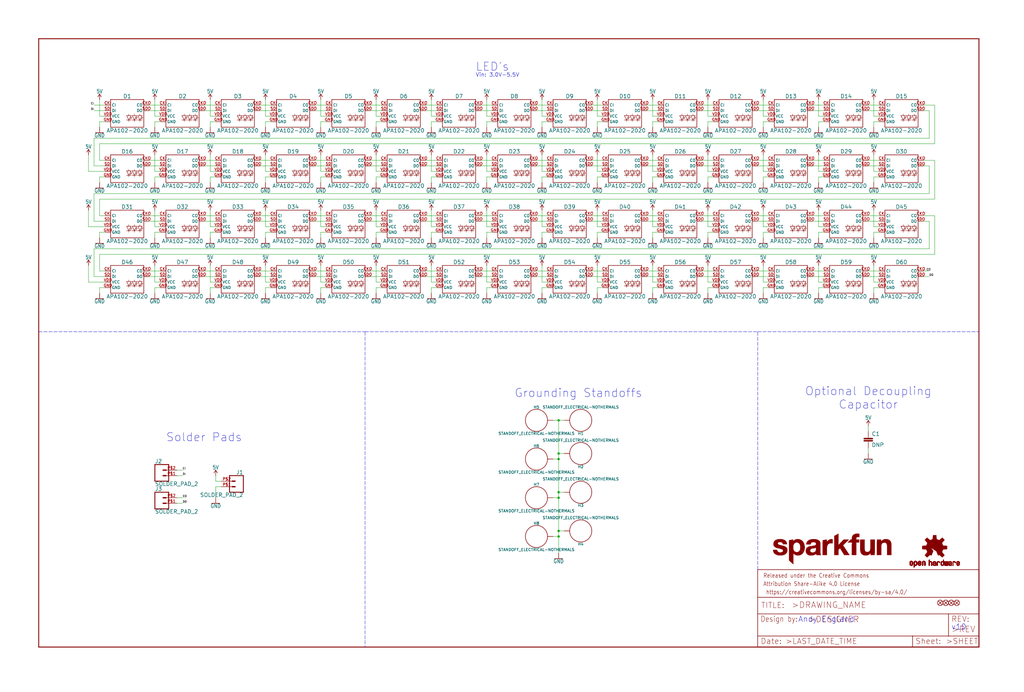
<source format=kicad_sch>
(kicad_sch (version 20211123) (generator eeschema)
  (paper "User" 470.306 317.906)
  (lib_symbols
    (symbol "eagleSchem-eagle-import:4.7UF-1206-16V-(+80{slash}-20%)"
      (property "Reference" "C" (at 1.524 2.921 0))
      (property "Value" "4.7UF-1206-16V-(+80{slash}-20%)" (at 1.524 -2.159 0))
      (symbol "4.7UF-1206-16V-(+80{slash}-20%)_1_0"
        (pin passive line (at 0 5.08 270) (length 2.54) (name "1") (number "1"))
        (pin passive line (at 0 -2.54 90) (length 2.54) (name "2") (number "2"))
      )
    )
    (symbol "eagleSchem-eagle-import:5V" (power)
      (property "Value" "5V" (at 0 2.794 0))
      (symbol "5V_1_0"
        (pin power_in line (at 0 0 90) (length 2.54) (name "5V") (number "1"))
      )
    )
    (symbol "eagleSchem-eagle-import:APA102-2020"
      (property "Reference" "D" (at 0 5.588 0))
      (property "Value" "APA102-2020" (at 0 -10.16 0))
      (symbol "APA102-2020_1_0"
        (pin bidirectional line (at -10.16 2.54 0) (length 2.54) (name "CI") (number "CKI"))
        (pin bidirectional line (at 10.16 2.54 180) (length 2.54) (name "CO") (number "CKO"))
        (pin bidirectional line (at -10.16 -5.08 0) (length 2.54) (name "GND") (number "GND"))
        (pin bidirectional line (at -10.16 0 0) (length 2.54) (name "DI") (number "SDI"))
        (pin bidirectional line (at 10.16 0 180) (length 2.54) (name "DO") (number "SDO"))
        (pin bidirectional line (at -10.16 -2.54 0) (length 2.54) (name "VCC") (number "VDD"))
      )
    )
    (symbol "eagleSchem-eagle-import:FIDUCIALUFIDUCIAL")
    (symbol "eagleSchem-eagle-import:FRAME-LEDGER"
      (symbol "FRAME-LEDGER_2_0"
        (text " https://creativecommons.org/licenses/by-sa/4.0/" (at 2.54 24.13 0) (effects (font (size 1.9304 1.6408)) (justify left bottom)))
        (text ">DESIGNER" (at 23.114 11.176 0) (effects (font (size 2.7432 2.7432)) (justify left bottom)))
        (text ">DRAWING_NAME" (at 15.494 17.78 0) (effects (font (size 2.7432 2.7432)) (justify left bottom)))
        (text ">LAST_DATE_TIME" (at 12.7 1.27 0) (effects (font (size 2.54 2.54)) (justify left bottom)))
        (text ">REV" (at 88.9 6.604 0) (effects (font (size 2.7432 2.7432)) (justify left bottom)))
        (text ">SHEET" (at 86.36 1.27 0) (effects (font (size 2.54 2.54)) (justify left bottom)))
        (text "Attribution Share-Alike 4.0 License" (at 2.54 27.94 0) (effects (font (size 1.9304 1.6408)) (justify left bottom)))
        (text "Date:" (at 1.27 1.27 0) (effects (font (size 2.54 2.54)) (justify left bottom)))
        (text "Design by:" (at 1.27 11.43 0) (effects (font (size 2.54 2.159)) (justify left bottom)))
        (text "Released under the Creative Commons" (at 2.54 31.75 0) (effects (font (size 1.9304 1.6408)) (justify left bottom)))
        (text "REV:" (at 88.9 11.43 0) (effects (font (size 2.54 2.54)) (justify left bottom)))
        (text "Sheet:" (at 72.39 1.27 0) (effects (font (size 2.54 2.54)) (justify left bottom)))
        (text "TITLE:" (at 1.524 17.78 0) (effects (font (size 2.54 2.54)) (justify left bottom)))
      )
    )
    (symbol "eagleSchem-eagle-import:GND" (power)
      (property "Value" "GND" (at 0 -0.254 0))
      (symbol "GND_1_0"
        (pin power_in line (at 0 2.54 270) (length 2.54) (name "GND") (number "1"))
      )
    )
    (symbol "eagleSchem-eagle-import:OSHW-LOGOS")
    (symbol "eagleSchem-eagle-import:SFE_LOGO_NAME.1_INCH")
    (symbol "eagleSchem-eagle-import:SOLDER_PAD_2"
      (property "Reference" "J" (at -2.54 5.588 0))
      (property "Value" "SOLDER_PAD_2" (at -2.54 -4.826 0))
      (symbol "SOLDER_PAD_2_1_0"
        (pin passive line (at 7.62 0 180) (length 5.08) (name "1") (number "P$1"))
        (pin passive line (at 7.62 2.54 180) (length 5.08) (name "2") (number "P$2"))
      )
    )
    (symbol "eagleSchem-eagle-import:STANDOFF_ELECTRICAL-NOTHERMALS"
      (property "Reference" "H" (at 0 5.334 0))
      (property "Value" "STANDOFF_ELECTRICAL-NOTHERMALS" (at 0 -5.334 0))
      (symbol "STANDOFF_ELECTRICAL-NOTHERMALS_1_0"
        (pin bidirectional line (at 7.62 0 180) (length 2.54) (name "P$1") (number "P1"))
      )
    )
  )
  (junction (at 256.54 193.04))
  (junction (at 256.54 226.06))
  (junction (at 256.54 246.38))
  (junction (at 256.54 208.28))
  (junction (at 256.54 228.6))
  (junction (at 256.54 210.82))
  (junction (at 256.54 243.84))
  (polyline (pts (xy 17.78 152.4) (xy 167.64 152.4)))
  (wire (pts (xy 223.52 106.68) (xy 226.06 106.68)))
  (wire (pts (xy 40.64 129.54) (xy 40.64 121.92)))
  (wire (pts (xy 172.72 106.68) (xy 175.26 106.68)))
  (wire (pts (xy 350.52 106.68) (xy 353.06 106.68)))
  (wire (pts (xy 325.12 55.88) (xy 327.66 55.88)))
  (wire (pts (xy 403.86 99.06) (xy 398.78 99.06)))
  (wire (pts (xy 45.72 91.44) (xy 429.26 91.44)))
  (wire (pts (xy 198.12 53.34) (xy 198.12 45.72)))
  (wire (pts (xy 73.66 99.06) (xy 68.58 99.06)))
  (wire (pts (xy 403.86 73.66) (xy 398.78 73.66)))
  (wire (pts (xy 403.86 78.74) (xy 401.32 78.74)))
  (wire (pts (xy 248.92 78.74) (xy 248.92 71.12)))
  (wire (pts (xy 276.86 124.46) (xy 271.78 124.46)))
  (wire (pts (xy 429.26 99.06) (xy 424.18 99.06)))
  (wire (pts (xy 302.26 124.46) (xy 297.18 124.46)))
  (wire (pts (xy 398.78 127) (xy 403.86 127)))
  (wire (pts (xy 325.12 104.14) (xy 325.12 96.52)))
  (wire (pts (xy 96.52 58.42) (xy 96.52 55.88)))
  (wire (pts (xy 172.72 132.08) (xy 175.26 132.08)))
  (wire (pts (xy 350.52 55.88) (xy 353.06 55.88)))
  (wire (pts (xy 322.58 50.8) (xy 327.66 50.8)))
  (wire (pts (xy 71.12 109.22) (xy 71.12 106.68)))
  (wire (pts (xy 119.38 127) (xy 124.46 127)))
  (wire (pts (xy 297.18 50.8) (xy 302.26 50.8)))
  (wire (pts (xy 121.92 55.88) (xy 124.46 55.88)))
  (wire (pts (xy 248.92 104.14) (xy 248.92 96.52)))
  (wire (pts (xy 96.52 83.82) (xy 96.52 81.28)))
  (wire (pts (xy 299.72 78.74) (xy 299.72 71.12)))
  (wire (pts (xy 246.38 76.2) (xy 251.46 76.2)))
  (wire (pts (xy 43.18 101.6) (xy 48.26 101.6)))
  (wire (pts (xy 68.58 50.8) (xy 73.66 50.8)))
  (wire (pts (xy 274.32 55.88) (xy 276.86 55.88)))
  (wire (pts (xy 172.72 109.22) (xy 172.72 106.68)))
  (wire (pts (xy 378.46 78.74) (xy 375.92 78.74)))
  (wire (pts (xy 96.52 106.68) (xy 99.06 106.68)))
  (wire (pts (xy 276.86 104.14) (xy 274.32 104.14)))
  (wire (pts (xy 251.46 129.54) (xy 248.92 129.54)))
  (wire (pts (xy 172.72 78.74) (xy 172.72 71.12)))
  (wire (pts (xy 325.12 106.68) (xy 327.66 106.68)))
  (wire (pts (xy 378.46 132.08) (xy 375.92 132.08)))
  (wire (pts (xy 403.86 48.26) (xy 398.78 48.26)))
  (wire (pts (xy 350.52 104.14) (xy 350.52 96.52)))
  (wire (pts (xy 226.06 78.74) (xy 223.52 78.74)))
  (wire (pts (xy 147.32 83.82) (xy 147.32 81.28)))
  (wire (pts (xy 429.26 116.84) (xy 429.26 99.06)))
  (wire (pts (xy 220.98 50.8) (xy 226.06 50.8)))
  (wire (pts (xy 99.06 129.54) (xy 96.52 129.54)))
  (wire (pts (xy 195.58 76.2) (xy 200.66 76.2)))
  (wire (pts (xy 121.92 78.74) (xy 121.92 71.12)))
  (wire (pts (xy 81.28 215.9) (xy 83.82 215.9)))
  (wire (pts (xy 276.86 53.34) (xy 274.32 53.34)))
  (wire (pts (xy 254 246.38) (xy 256.54 246.38)))
  (wire (pts (xy 325.12 109.22) (xy 325.12 106.68)))
  (wire (pts (xy 226.06 73.66) (xy 220.98 73.66)))
  (wire (pts (xy 223.52 58.42) (xy 223.52 55.88)))
  (wire (pts (xy 276.86 73.66) (xy 271.78 73.66)))
  (wire (pts (xy 401.32 55.88) (xy 403.86 55.88)))
  (wire (pts (xy 274.32 83.82) (xy 274.32 81.28)))
  (wire (pts (xy 274.32 106.68) (xy 276.86 106.68)))
  (wire (pts (xy 248.92 132.08) (xy 251.46 132.08)))
  (wire (pts (xy 73.66 104.14) (xy 71.12 104.14)))
  (wire (pts (xy 299.72 83.82) (xy 299.72 81.28)))
  (wire (pts (xy 299.72 55.88) (xy 302.26 55.88)))
  (wire (pts (xy 353.06 48.26) (xy 347.98 48.26)))
  (wire (pts (xy 71.12 106.68) (xy 73.66 106.68)))
  (wire (pts (xy 149.86 124.46) (xy 144.78 124.46)))
  (wire (pts (xy 378.46 99.06) (xy 373.38 99.06)))
  (wire (pts (xy 96.52 132.08) (xy 99.06 132.08)))
  (wire (pts (xy 375.92 81.28) (xy 378.46 81.28)))
  (wire (pts (xy 147.32 104.14) (xy 147.32 96.52)))
  (wire (pts (xy 274.32 58.42) (xy 274.32 55.88)))
  (wire (pts (xy 327.66 53.34) (xy 325.12 53.34)))
  (wire (pts (xy 81.28 228.6) (xy 83.82 228.6)))
  (wire (pts (xy 424.18 50.8) (xy 426.72 50.8)))
  (wire (pts (xy 350.52 53.34) (xy 350.52 45.72)))
  (wire (pts (xy 68.58 76.2) (xy 73.66 76.2)))
  (wire (pts (xy 220.98 101.6) (xy 226.06 101.6)))
  (wire (pts (xy 198.12 109.22) (xy 198.12 106.68)))
  (wire (pts (xy 96.52 134.62) (xy 96.52 132.08)))
  (wire (pts (xy 347.98 127) (xy 353.06 127)))
  (wire (pts (xy 299.72 58.42) (xy 299.72 55.88)))
  (wire (pts (xy 45.72 58.42) (xy 45.72 55.88)))
  (wire (pts (xy 93.98 76.2) (xy 99.06 76.2)))
  (wire (pts (xy 299.72 106.68) (xy 302.26 106.68)))
  (wire (pts (xy 45.72 91.44) (xy 45.72 99.06)))
  (wire (pts (xy 322.58 76.2) (xy 327.66 76.2)))
  (wire (pts (xy 325.12 83.82) (xy 325.12 81.28)))
  (wire (pts (xy 299.72 132.08) (xy 302.26 132.08)))
  (wire (pts (xy 45.72 99.06) (xy 48.26 99.06)))
  (wire (pts (xy 147.32 53.34) (xy 147.32 45.72)))
  (wire (pts (xy 223.52 55.88) (xy 226.06 55.88)))
  (wire (pts (xy 226.06 48.26) (xy 220.98 48.26)))
  (wire (pts (xy 401.32 109.22) (xy 401.32 106.68)))
  (wire (pts (xy 251.46 53.34) (xy 248.92 53.34)))
  (wire (pts (xy 276.86 78.74) (xy 274.32 78.74)))
  (wire (pts (xy 198.12 83.82) (xy 198.12 81.28)))
  (wire (pts (xy 248.92 55.88) (xy 251.46 55.88)))
  (wire (pts (xy 124.46 104.14) (xy 121.92 104.14)))
  (wire (pts (xy 426.72 50.8) (xy 426.72 63.5)))
  (wire (pts (xy 226.06 53.34) (xy 223.52 53.34)))
  (wire (pts (xy 274.32 104.14) (xy 274.32 96.52)))
  (wire (pts (xy 223.52 129.54) (xy 223.52 121.92)))
  (wire (pts (xy 375.92 58.42) (xy 375.92 55.88)))
  (wire (pts (xy 99.06 78.74) (xy 96.52 78.74)))
  (wire (pts (xy 48.26 53.34) (xy 45.72 53.34)))
  (wire (pts (xy 147.32 109.22) (xy 147.32 106.68)))
  (wire (pts (xy 350.52 132.08) (xy 353.06 132.08)))
  (wire (pts (xy 327.66 78.74) (xy 325.12 78.74)))
  (wire (pts (xy 373.38 127) (xy 378.46 127)))
  (wire (pts (xy 401.32 78.74) (xy 401.32 71.12)))
  (wire (pts (xy 375.92 53.34) (xy 375.92 45.72)))
  (wire (pts (xy 144.78 50.8) (xy 149.86 50.8)))
  (wire (pts (xy 198.12 106.68) (xy 200.66 106.68)))
  (wire (pts (xy 71.12 53.34) (xy 71.12 45.72)))
  (wire (pts (xy 170.18 127) (xy 175.26 127)))
  (wire (pts (xy 375.92 55.88) (xy 378.46 55.88)))
  (wire (pts (xy 172.72 58.42) (xy 172.72 55.88)))
  (wire (pts (xy 299.72 53.34) (xy 299.72 45.72)))
  (wire (pts (xy 195.58 101.6) (xy 200.66 101.6)))
  (wire (pts (xy 71.12 83.82) (xy 71.12 81.28)))
  (wire (pts (xy 71.12 55.88) (xy 73.66 55.88)))
  (wire (pts (xy 121.92 134.62) (xy 121.92 132.08)))
  (wire (pts (xy 373.38 73.66) (xy 378.46 73.66)))
  (wire (pts (xy 299.72 81.28) (xy 302.26 81.28)))
  (wire (pts (xy 121.92 109.22) (xy 121.92 106.68)))
  (wire (pts (xy 99.06 99.06) (xy 93.98 99.06)))
  (wire (pts (xy 256.54 193.04) (xy 256.54 208.28)))
  (wire (pts (xy 274.32 81.28) (xy 276.86 81.28)))
  (wire (pts (xy 68.58 101.6) (xy 73.66 101.6)))
  (wire (pts (xy 246.38 48.26) (xy 251.46 48.26)))
  (wire (pts (xy 48.26 129.54) (xy 40.64 129.54)))
  (wire (pts (xy 226.06 99.06) (xy 220.98 99.06)))
  (polyline (pts (xy 167.64 152.4) (xy 167.64 297.18)))
  (wire (pts (xy 254 210.82) (xy 256.54 210.82)))
  (wire (pts (xy 256.54 226.06) (xy 256.54 228.6)))
  (wire (pts (xy 81.28 231.14) (xy 83.82 231.14)))
  (wire (pts (xy 147.32 106.68) (xy 149.86 106.68)))
  (wire (pts (xy 198.12 132.08) (xy 200.66 132.08)))
  (wire (pts (xy 149.86 48.26) (xy 144.78 48.26)))
  (wire (pts (xy 48.26 50.8) (xy 43.18 50.8)))
  (polyline (pts (xy 167.64 152.4) (xy 347.98 152.4)))
  (wire (pts (xy 271.78 76.2) (xy 276.86 76.2)))
  (wire (pts (xy 274.32 129.54) (xy 274.32 121.92)))
  (wire (pts (xy 99.06 124.46) (xy 93.98 124.46)))
  (wire (pts (xy 226.06 104.14) (xy 223.52 104.14)))
  (wire (pts (xy 175.26 73.66) (xy 170.18 73.66)))
  (wire (pts (xy 350.52 109.22) (xy 350.52 106.68)))
  (wire (pts (xy 45.72 83.82) (xy 45.72 81.28)))
  (wire (pts (xy 378.46 53.34) (xy 375.92 53.34)))
  (wire (pts (xy 375.92 109.22) (xy 375.92 106.68)))
  (wire (pts (xy 327.66 129.54) (xy 325.12 129.54)))
  (wire (pts (xy 223.52 81.28) (xy 226.06 81.28)))
  (wire (pts (xy 149.86 129.54) (xy 147.32 129.54)))
  (wire (pts (xy 149.86 53.34) (xy 147.32 53.34)))
  (wire (pts (xy 299.72 129.54) (xy 299.72 121.92)))
  (wire (pts (xy 124.46 99.06) (xy 119.38 99.06)))
  (wire (pts (xy 45.72 109.22) (xy 45.72 106.68)))
  (wire (pts (xy 121.92 106.68) (xy 124.46 106.68)))
  (wire (pts (xy 48.26 78.74) (xy 40.64 78.74)))
  (wire (pts (xy 398.78 101.6) (xy 403.86 101.6)))
  (wire (pts (xy 327.66 99.06) (xy 322.58 99.06)))
  (wire (pts (xy 401.32 129.54) (xy 401.32 121.92)))
  (wire (pts (xy 43.18 88.9) (xy 43.18 101.6)))
  (wire (pts (xy 302.26 48.26) (xy 297.18 48.26)))
  (wire (pts (xy 256.54 228.6) (xy 256.54 243.84)))
  (wire (pts (xy 401.32 53.34) (xy 401.32 45.72)))
  (wire (pts (xy 375.92 104.14) (xy 375.92 96.52)))
  (wire (pts (xy 99.06 53.34) (xy 96.52 53.34)))
  (polyline (pts (xy 347.98 261.62) (xy 347.98 152.4)))
  (wire (pts (xy 147.32 134.62) (xy 147.32 132.08)))
  (wire (pts (xy 256.54 193.04) (xy 254 193.04)))
  (wire (pts (xy 45.72 132.08) (xy 48.26 132.08)))
  (wire (pts (xy 200.66 129.54) (xy 198.12 129.54)))
  (wire (pts (xy 200.66 99.06) (xy 195.58 99.06)))
  (wire (pts (xy 175.26 124.46) (xy 170.18 124.46)))
  (wire (pts (xy 350.52 81.28) (xy 353.06 81.28)))
  (wire (pts (xy 198.12 81.28) (xy 200.66 81.28)))
  (wire (pts (xy 297.18 101.6) (xy 302.26 101.6)))
  (wire (pts (xy 175.26 78.74) (xy 172.72 78.74)))
  (wire (pts (xy 259.08 226.06) (xy 256.54 226.06)))
  (wire (pts (xy 350.52 58.42) (xy 350.52 55.88)))
  (polyline (pts (xy 347.98 152.4) (xy 449.58 152.4)))
  (wire (pts (xy 172.72 134.62) (xy 172.72 132.08)))
  (wire (pts (xy 147.32 78.74) (xy 147.32 71.12)))
  (wire (pts (xy 271.78 50.8) (xy 276.86 50.8)))
  (wire (pts (xy 274.32 78.74) (xy 274.32 71.12)))
  (wire (pts (xy 149.86 73.66) (xy 144.78 73.66)))
  (wire (pts (xy 375.92 129.54) (xy 375.92 121.92)))
  (wire (pts (xy 71.12 132.08) (xy 73.66 132.08)))
  (wire (pts (xy 147.32 81.28) (xy 149.86 81.28)))
  (wire (pts (xy 101.6 220.98) (xy 99.06 220.98)))
  (wire (pts (xy 45.72 124.46) (xy 45.72 116.84)))
  (wire (pts (xy 73.66 53.34) (xy 71.12 53.34)))
  (wire (pts (xy 302.26 104.14) (xy 299.72 104.14)))
  (wire (pts (xy 403.86 129.54) (xy 401.32 129.54)))
  (wire (pts (xy 223.52 132.08) (xy 226.06 132.08)))
  (wire (pts (xy 398.78 76.2) (xy 403.86 76.2)))
  (wire (pts (xy 200.66 48.26) (xy 195.58 48.26)))
  (wire (pts (xy 398.78 50.8) (xy 403.86 50.8)))
  (wire (pts (xy 149.86 78.74) (xy 147.32 78.74)))
  (wire (pts (xy 96.52 109.22) (xy 96.52 106.68)))
  (wire (pts (xy 121.92 132.08) (xy 124.46 132.08)))
  (wire (pts (xy 322.58 101.6) (xy 327.66 101.6)))
  (wire (pts (xy 121.92 58.42) (xy 121.92 55.88)))
  (wire (pts (xy 248.92 106.68) (xy 248.92 109.22)))
  (wire (pts (xy 401.32 132.08) (xy 403.86 132.08)))
  (wire (pts (xy 378.46 48.26) (xy 373.38 48.26)))
  (wire (pts (xy 43.18 63.5) (xy 43.18 76.2)))
  (wire (pts (xy 170.18 76.2) (xy 175.26 76.2)))
  (wire (pts (xy 124.46 53.34) (xy 121.92 53.34)))
  (wire (pts (xy 198.12 58.42) (xy 198.12 55.88)))
  (wire (pts (xy 96.52 55.88) (xy 99.06 55.88)))
  (wire (pts (xy 401.32 104.14) (xy 401.32 96.52)))
  (wire (pts (xy 124.46 78.74) (xy 121.92 78.74)))
  (wire (pts (xy 373.38 76.2) (xy 378.46 76.2)))
  (wire (pts (xy 299.72 134.62) (xy 299.72 132.08)))
  (wire (pts (xy 144.78 127) (xy 149.86 127)))
  (wire (pts (xy 322.58 127) (xy 327.66 127)))
  (wire (pts (xy 93.98 50.8) (xy 99.06 50.8)))
  (wire (pts (xy 73.66 78.74) (xy 71.12 78.74)))
  (wire (pts (xy 248.92 83.82) (xy 248.92 81.28)))
  (wire (pts (xy 256.54 210.82) (xy 256.54 226.06)))
  (wire (pts (xy 276.86 129.54) (xy 274.32 129.54)))
  (wire (pts (xy 426.72 114.3) (xy 43.18 114.3)))
  (wire (pts (xy 347.98 76.2) (xy 353.06 76.2)))
  (wire (pts (xy 274.32 109.22) (xy 274.32 106.68)))
  (wire (pts (xy 403.86 124.46) (xy 398.78 124.46)))
  (wire (pts (xy 256.54 208.28) (xy 256.54 210.82)))
  (wire (pts (xy 198.12 134.62) (xy 198.12 132.08)))
  (wire (pts (xy 276.86 99.06) (xy 271.78 99.06)))
  (wire (pts (xy 99.06 104.14) (xy 96.52 104.14)))
  (wire (pts (xy 71.12 81.28) (xy 73.66 81.28)))
  (wire (pts (xy 71.12 58.42) (xy 71.12 55.88)))
  (wire (pts (xy 251.46 124.46) (xy 246.38 124.46)))
  (wire (pts (xy 40.64 78.74) (xy 40.64 71.12)))
  (wire (pts (xy 48.26 73.66) (xy 45.72 73.66)))
  (wire (pts (xy 325.12 53.34) (xy 325.12 45.72)))
  (wire (pts (xy 256.54 228.6) (xy 254 228.6)))
  (wire (pts (xy 124.46 129.54) (xy 121.92 129.54)))
  (wire (pts (xy 223.52 109.22) (xy 223.52 106.68)))
  (wire (pts (xy 429.26 91.44) (xy 429.26 73.66)))
  (wire (pts (xy 251.46 99.06) (xy 246.38 99.06)))
  (wire (pts (xy 274.32 134.62) (xy 274.32 132.08)))
  (wire (pts (xy 48.26 48.26) (xy 43.18 48.26)))
  (wire (pts (xy 302.26 129.54) (xy 299.72 129.54)))
  (wire (pts (xy 327.66 73.66) (xy 322.58 73.66)))
  (wire (pts (xy 325.12 129.54) (xy 325.12 121.92)))
  (wire (pts (xy 429.26 66.04) (xy 429.26 48.26)))
  (wire (pts (xy 401.32 81.28) (xy 403.86 81.28)))
  (wire (pts (xy 274.32 132.08) (xy 276.86 132.08)))
  (wire (pts (xy 198.12 78.74) (xy 198.12 71.12)))
  (wire (pts (xy 325.12 58.42) (xy 325.12 55.88)))
  (wire (pts (xy 121.92 53.34) (xy 121.92 45.72)))
  (wire (pts (xy 99.06 220.98) (xy 99.06 218.44)))
  (wire (pts (xy 347.98 50.8) (xy 353.06 50.8)))
  (wire (pts (xy 350.52 134.62) (xy 350.52 132.08)))
  (wire (pts (xy 375.92 106.68) (xy 378.46 106.68)))
  (wire (pts (xy 200.66 104.14) (xy 198.12 104.14)))
  (wire (pts (xy 172.72 83.82) (xy 172.72 81.28)))
  (wire (pts (xy 248.92 58.42) (xy 248.92 55.88)))
  (wire (pts (xy 251.46 104.14) (xy 248.92 104.14)))
  (wire (pts (xy 45.72 81.28) (xy 48.26 81.28)))
  (wire (pts (xy 149.86 104.14) (xy 147.32 104.14)))
  (wire (pts (xy 302.26 73.66) (xy 297.18 73.66)))
  (wire (pts (xy 121.92 81.28) (xy 121.92 83.82)))
  (wire (pts (xy 401.32 83.82) (xy 401.32 81.28)))
  (wire (pts (xy 373.38 50.8) (xy 378.46 50.8)))
  (wire (pts (xy 45.72 73.66) (xy 45.72 66.04)))
  (wire (pts (xy 121.92 104.14) (xy 121.92 96.52)))
  (wire (pts (xy 248.92 81.28) (xy 251.46 81.28)))
  (wire (pts (xy 71.12 104.14) (xy 71.12 96.52)))
  (wire (pts (xy 246.38 101.6) (xy 251.46 101.6)))
  (wire (pts (xy 378.46 124.46) (xy 373.38 124.46)))
  (wire (pts (xy 274.32 53.34) (xy 274.32 45.72)))
  (wire (pts (xy 350.52 78.74) (xy 350.52 71.12)))
  (wire (pts (xy 297.18 76.2) (xy 302.26 76.2)))
  (wire (pts (xy 149.86 99.06) (xy 144.78 99.06)))
  (wire (pts (xy 200.66 124.46) (xy 195.58 124.46)))
  (wire (pts (xy 426.72 63.5) (xy 43.18 63.5)))
  (wire (pts (xy 147.32 55.88) (xy 149.86 55.88)))
  (wire (pts (xy 71.12 134.62) (xy 71.12 132.08)))
  (wire (pts (xy 398.78 205.74) (xy 398.78 208.28)))
  (wire (pts (xy 200.66 73.66) (xy 195.58 73.66)))
  (wire (pts (xy 96.52 78.74) (xy 96.52 71.12)))
  (wire (pts (xy 45.72 66.04) (xy 429.26 66.04)))
  (wire (pts (xy 353.06 73.66) (xy 347.98 73.66)))
  (wire (pts (xy 172.72 55.88) (xy 175.26 55.88)))
  (wire (pts (xy 259.08 208.28) (xy 256.54 208.28)))
  (wire (pts (xy 81.28 218.44) (xy 83.82 218.44)))
  (wire (pts (xy 297.18 127) (xy 302.26 127)))
  (wire (pts (xy 172.72 129.54) (xy 172.72 121.92)))
  (wire (pts (xy 401.32 134.62) (xy 401.32 132.08)))
  (wire (pts (xy 350.52 129.54) (xy 350.52 121.92)))
  (wire (pts (xy 353.06 78.74) (xy 350.52 78.74)))
  (wire (pts (xy 426.72 101.6) (xy 426.72 114.3)))
  (wire (pts (xy 195.58 127) (xy 200.66 127)))
  (wire (pts (xy 251.46 73.66) (xy 246.38 73.66)))
  (wire (pts (xy 200.66 53.34) (xy 198.12 53.34)))
  (wire (pts (xy 401.32 106.68) (xy 403.86 106.68)))
  (wire (pts (xy 147.32 129.54) (xy 147.32 121.92)))
  (wire (pts (xy 96.52 53.34) (xy 96.52 45.72)))
  (wire (pts (xy 45.72 55.88) (xy 48.26 55.88)))
  (wire (pts (xy 119.38 124.46) (xy 124.46 124.46)))
  (wire (pts (xy 226.06 129.54) (xy 223.52 129.54)))
  (wire (pts (xy 353.06 104.14) (xy 350.52 104.14)))
  (wire (pts (xy 401.32 58.42) (xy 401.32 55.88)))
  (wire (pts (xy 353.06 99.06) (xy 347.98 99.06)))
  (wire (pts (xy 73.66 73.66) (xy 68.58 73.66)))
  (wire (pts (xy 429.26 48.26) (xy 424.18 48.26)))
  (wire (pts (xy 43.18 76.2) (xy 48.26 76.2)))
  (wire (pts (xy 220.98 76.2) (xy 226.06 76.2)))
  (wire (pts (xy 223.52 78.74) (xy 223.52 71.12)))
  (wire (pts (xy 256.54 246.38) (xy 256.54 254)))
  (wire (pts (xy 147.32 58.42) (xy 147.32 55.88)))
  (wire (pts (xy 259.08 243.84) (xy 256.54 243.84)))
  (wire (pts (xy 378.46 129.54) (xy 375.92 129.54)))
  (wire (pts (xy 424.18 101.6) (xy 426.72 101.6)))
  (wire (pts (xy 45.72 53.34) (xy 45.72 45.72)))
  (wire (pts (xy 325.12 78.74) (xy 325.12 71.12)))
  (wire (pts (xy 71.12 78.74) (xy 71.12 71.12)))
  (wire (pts (xy 147.32 132.08) (xy 149.86 132.08)))
  (wire (pts (xy 119.38 76.2) (xy 124.46 76.2)))
  (wire (pts (xy 175.26 99.06) (xy 170.18 99.06)))
  (wire (pts (xy 45.72 116.84) (xy 429.26 116.84)))
  (wire (pts (xy 45.72 134.62) (xy 45.72 132.08)))
  (wire (pts (xy 175.26 48.26) (xy 170.18 48.26)))
  (wire (pts (xy 73.66 124.46) (xy 68.58 124.46)))
  (wire (pts (xy 271.78 127) (xy 276.86 127)))
  (wire (pts (xy 299.72 109.22) (xy 299.72 106.68)))
  (wire (pts (xy 251.46 106.68) (xy 248.92 106.68)))
  (wire (pts (xy 200.66 78.74) (xy 198.12 78.74)))
  (wire (pts (xy 246.38 50.8) (xy 251.46 50.8)))
  (wire (pts (xy 353.06 124.46) (xy 347.98 124.46)))
  (wire (pts (xy 223.52 53.34) (xy 223.52 45.72)))
  (wire (pts (xy 271.78 101.6) (xy 276.86 101.6)))
  (wire (pts (xy 119.38 101.6) (xy 124.46 101.6)))
  (wire (pts (xy 350.52 83.82) (xy 350.52 81.28)))
  (wire (pts (xy 220.98 127) (xy 226.06 127)))
  (wire (pts (xy 175.26 129.54) (xy 172.72 129.54)))
  (wire (pts (xy 223.52 134.62) (xy 223.52 132.08)))
  (wire (pts (xy 246.38 127) (xy 251.46 127)))
  (wire (pts (xy 302.26 78.74) (xy 299.72 78.74)))
  (wire (pts (xy 93.98 127) (xy 99.06 127)))
  (wire (pts (xy 325.12 81.28) (xy 327.66 81.28)))
  (wire (pts (xy 226.06 124.46) (xy 220.98 124.46)))
  (wire (pts (xy 398.78 195.58) (xy 398.78 198.12)))
  (wire (pts (xy 68.58 127) (xy 73.66 127)))
  (wire (pts (xy 223.52 83.82) (xy 223.52 81.28)))
  (wire (pts (xy 325.12 134.62) (xy 325.12 132.08)))
  (wire (pts (xy 325.12 132.08) (xy 327.66 132.08)))
  (wire (pts (xy 375.92 132.08) (xy 375.92 134.62)))
  (wire (pts (xy 71.12 129.54) (xy 71.12 121.92)))
  (wire (pts (xy 195.58 50.8) (xy 200.66 50.8)))
  (wire (pts (xy 373.38 101.6) (xy 378.46 101.6)))
  (wire (pts (xy 251.46 78.74) (xy 248.92 78.74)))
  (wire (pts (xy 426.72 88.9) (xy 43.18 88.9)))
  (wire (pts (xy 96.52 129.54) (xy 96.52 121.92)))
  (wire (pts (xy 347.98 101.6) (xy 353.06 101.6)))
  (wire (pts (xy 198.12 104.14) (xy 198.12 96.52)))
  (wire (pts (xy 248.92 134.62) (xy 248.92 132.08)))
  (wire (pts (xy 424.18 124.46) (xy 426.72 124.46)))
  (wire (pts (xy 144.78 101.6) (xy 149.86 101.6)))
  (wire (pts (xy 327.66 104.14) (xy 325.12 104.14)))
  (wire (pts (xy 327.66 48.26) (xy 322.58 48.26)))
  (wire (pts (xy 299.72 104.14) (xy 299.72 96.52)))
  (wire (pts (xy 99.06 48.26) (xy 93.98 48.26)))
  (wire (pts (xy 124.46 81.28) (xy 121.92 81.28)))
  (wire (pts (xy 43.18 127) (xy 48.26 127)))
  (wire (pts (xy 48.26 104.14) (xy 40.64 104.14)))
  (wire (pts (xy 353.06 53.34) (xy 350.52 53.34)))
  (wire (pts (xy 276.86 48.26) (xy 271.78 48.26)))
  (wire (pts (xy 175.26 53.34) (xy 172.72 53.34)))
  (wire (pts (xy 175.26 104.14) (xy 172.72 104.14)))
  (wire (pts (xy 119.38 50.8) (xy 124.46 50.8)))
  (wire (pts (xy 73.66 129.54) (xy 71.12 129.54)))
  (wire (pts (xy 170.18 50.8) (xy 175.26 50.8)))
  (wire (pts (xy 424.18 76.2) (xy 426.72 76.2)))
  (wire (pts (xy 45.72 106.68) (xy 48.26 106.68)))
  (wire (pts (xy 96.52 81.28) (xy 99.06 81.28)))
  (wire (pts (xy 93.98 101.6) (xy 99.06 101.6)))
  (wire (pts (xy 172.72 81.28) (xy 175.26 81.28)))
  (wire (pts (xy 429.26 73.66) (xy 424.18 73.66)))
  (wire (pts (xy 375.92 78.74) (xy 375.92 71.12)))
  (wire (pts (xy 99.06 73.66) (xy 93.98 73.66)))
  (wire (pts (xy 248.92 129.54) (xy 248.92 121.92)))
  (wire (pts (xy 259.08 193.04) (xy 256.54 193.04)))
  (wire (pts (xy 124.46 48.26) (xy 119.38 48.26)))
  (wire (pts (xy 223.52 104.14) (xy 223.52 96.52)))
  (wire (pts (xy 426.72 76.2) (xy 426.72 88.9)))
  (wire (pts (xy 403.86 104.14) (xy 401.32 104.14)))
  (wire (pts (xy 96.52 104.14) (xy 96.52 96.52)))
  (wire (pts (xy 375.92 83.82) (xy 375.92 81.28)))
  (wire (pts (xy 256.54 243.84) (xy 256.54 246.38)))
  (wire (pts (xy 353.06 129.54) (xy 350.52 129.54)))
  (wire (pts (xy 43.18 114.3) (xy 43.18 127)))
  (wire (pts (xy 73.66 48.26) (xy 68.58 48.26)))
  (wire (pts (xy 48.26 124.46) (xy 45.72 124.46)))
  (wire (pts (xy 99.06 223.52) (xy 99.06 228.6)))
  (wire (pts (xy 424.18 127) (xy 426.72 127)))
  (wire (pts (xy 302.26 53.34) (xy 299.72 53.34)))
  (wire (pts (xy 172.72 53.34) (xy 172.72 45.72)))
  (wire (pts (xy 101.6 223.52) (xy 99.06 223.52)))
  (wire (pts (xy 40.64 104.14) (xy 40.64 96.52)))
  (wire (pts (xy 198.12 129.54) (xy 198.12 121.92)))
  (wire (pts (xy 170.18 101.6) (xy 175.26 101.6)))
  (wire (pts (xy 327.66 124.46) (xy 322.58 124.46)))
  (wire (pts (xy 403.86 53.34) (xy 401.32 53.34)))
  (wire (pts (xy 124.46 73.66) (xy 119.38 73.66)))
  (wire (pts (xy 144.78 76.2) (xy 149.86 76.2)))
  (wire (pts (xy 172.72 104.14) (xy 172.72 96.52)))
  (wire (pts (xy 198.12 55.88) (xy 200.66 55.88)))
  (wire (pts (xy 378.46 104.14) (xy 375.92 104.14)))
  (wire (pts (xy 121.92 129.54) (xy 121.92 121.92)))
  (wire (pts (xy 248.92 53.34) (xy 248.92 45.72)))
  (wire (pts (xy 302.26 99.06) (xy 297.18 99.06)))
  (text "Solder Pads" (at 76.2 203.2 180) (effects (font (size 3.81 3.81)) (justify left bottom)))
  (text "LED's" (at 218.44 33.02 180) (effects (font (size 3.81 3.81)) (justify left bottom)))
  (text "Vin: 3.0V-5.5V" (at 218.44 35.56 180) (effects (font (size 1.778 1.778)) (justify left bottom)))
  (text "Andy England" (at 366.522 286.004 180) (effects (font (size 2.54 2.54)) (justify left bottom)))
  (text "Grounding Standoffs" (at 236.22 182.88 180) (effects (font (size 3.81 3.81)) (justify left bottom)))
  (text "Optional Decoupling\nCapacitor" (at 398.78 182.88 180) (effects (font (size 3.81 3.81))))
  (text "v10" (at 436.88 289.56 180) (effects (font (size 2.54 2.54)) (justify left bottom)))
  (label "CI" (at 43.18 48.26 180) (effects (font (size 0.889 0.889))))
  (label "CO" (at 425.45 124.46 0) (effects (font (size 0.889 0.889))))
  (label "DI" (at 43.18 50.8 180) (effects (font (size 0.889 0.889))))
  (label "DI" (at 83.82 218.44 0) (effects (font (size 0.889 0.889))))
  (label "CO" (at 83.82 228.6 0) (effects (font (size 0.889 0.889))))
  (label "CI" (at 83.82 215.9 0) (effects (font (size 0.889 0.889))))
  (label "DO" (at 426.72 127 0) (effects (font (size 0.889 0.889))))
  (label "DO" (at 83.82 231.14 0) (effects (font (size 0.889 0.889))))
  (symbol (lib_id "eagleSchem-eagle-import:FRAME-LEDGER") (at 17.78 297.18 0) (unit 1)
    (property "Reference" "FRAME1" (effects hide))
    (property "Value" "FRAME-LEDGER" (effects hide))
    (property "Footprint" "eagleSchem:CREATIVE_COMMONS" (effects hide))
  )
  (symbol (lib_id "eagleSchem-eagle-import:GND") (at 96.52 137.16 0) (unit 1)
    (property "Reference" "#GND49" (effects hide))
    (property "Value" "GND" (at 96.52 137.414 0) (effects (font (size 1.778 1.5113)) (justify top)))
    (property "Footprint" "eagleSchem:" (effects hide))
  )
  (symbol (lib_id "eagleSchem-eagle-import:APA102-2020") (at 414.02 101.6 0) (unit 1)
    (property "Reference" "D45" (at 414.02 96.012 0) (effects (font (size 1.778 1.778)) (justify bottom)))
    (property "Value" "APA102-2020" (at 414.02 111.76 0) (effects (font (size 1.778 1.778)) (justify bottom)))
    (property "Footprint" "eagleSchem:APA102-2020" (effects hide))
  )
  (symbol (lib_id "eagleSchem-eagle-import:STANDOFF_ELECTRICAL-NOTHERMALS") (at 266.7 226.06 180) (unit 1)
    (property "Reference" "H3" (at 266.7 231.394 0) (effects (justify bottom)))
    (property "Value" "STANDOFF_ELECTRICAL-NOTHERMALS" (at 266.7 220.726 0) (effects (justify top)))
    (property "Footprint" "eagleSchem:STANDOFF-ELECTRICAL-NOTHERMALS" (effects hide))
  )
  (symbol (lib_id "eagleSchem-eagle-import:STANDOFF_ELECTRICAL-NOTHERMALS") (at 246.38 210.82 0) (unit 1)
    (property "Reference" "H6" (at 246.38 205.486 0) (effects (justify bottom)))
    (property "Value" "STANDOFF_ELECTRICAL-NOTHERMALS" (at 246.38 216.154 0) (effects (justify top)))
    (property "Footprint" "eagleSchem:STANDOFF-ELECTRICAL-NOTHERMALS" (effects hide))
  )
  (symbol (lib_id "eagleSchem-eagle-import:GND") (at 198.12 111.76 0) (unit 1)
    (property "Reference" "#GND38" (effects hide))
    (property "Value" "GND" (at 198.12 112.014 0) (effects (font (size 1.778 1.5113)) (justify top)))
    (property "Footprint" "eagleSchem:" (effects hide))
  )
  (symbol (lib_id "eagleSchem-eagle-import:APA102-2020") (at 388.62 76.2 0) (unit 1)
    (property "Reference" "D29" (at 388.62 70.612 0) (effects (font (size 1.778 1.778)) (justify bottom)))
    (property "Value" "APA102-2020" (at 388.62 86.36 0) (effects (font (size 1.778 1.778)) (justify bottom)))
    (property "Footprint" "eagleSchem:APA102-2020" (effects hide))
  )
  (symbol (lib_id "eagleSchem-eagle-import:APA102-2020") (at 414.02 127 0) (unit 1)
    (property "Reference" "D60" (at 414.02 121.412 0) (effects (font (size 1.778 1.778)) (justify bottom)))
    (property "Value" "APA102-2020" (at 414.02 137.16 0) (effects (font (size 1.778 1.778)) (justify bottom)))
    (property "Footprint" "eagleSchem:APA102-2020" (effects hide))
  )
  (symbol (lib_id "eagleSchem-eagle-import:5V") (at 121.92 45.72 0) (unit 1)
    (property "Reference" "#SUPPLY4" (effects hide))
    (property "Value" "5V" (at 121.92 42.926 0) (effects (font (size 1.778 1.5113)) (justify bottom)))
    (property "Footprint" "eagleSchem:" (effects hide))
  )
  (symbol (lib_id "eagleSchem-eagle-import:5V") (at 274.32 71.12 0) (unit 1)
    (property "Reference" "#SUPPLY26" (effects hide))
    (property "Value" "5V" (at 274.32 68.326 0) (effects (font (size 1.778 1.5113)) (justify bottom)))
    (property "Footprint" "eagleSchem:" (effects hide))
  )
  (symbol (lib_id "eagleSchem-eagle-import:GND") (at 147.32 60.96 0) (unit 1)
    (property "Reference" "#GND5" (effects hide))
    (property "Value" "GND" (at 147.32 61.214 0) (effects (font (size 1.778 1.5113)) (justify top)))
    (property "Footprint" "eagleSchem:" (effects hide))
  )
  (symbol (lib_id "eagleSchem-eagle-import:APA102-2020") (at 414.02 50.8 0) (unit 1)
    (property "Reference" "D15" (at 414.02 45.212 0) (effects (font (size 1.778 1.778)) (justify bottom)))
    (property "Value" "APA102-2020" (at 414.02 60.96 0) (effects (font (size 1.778 1.778)) (justify bottom)))
    (property "Footprint" "eagleSchem:APA102-2020" (effects hide))
  )
  (symbol (lib_id "eagleSchem-eagle-import:5V") (at 401.32 45.72 0) (unit 1)
    (property "Reference" "#SUPPLY15" (effects hide))
    (property "Value" "5V" (at 401.32 42.926 0) (effects (font (size 1.778 1.5113)) (justify bottom)))
    (property "Footprint" "eagleSchem:" (effects hide))
  )
  (symbol (lib_id "eagleSchem-eagle-import:4.7UF-1206-16V-(+80{slash}-20%)") (at 398.78 203.2 0) (unit 1)
    (property "Reference" "C1" (at 400.304 200.279 0) (effects (font (size 1.778 1.778)) (justify left bottom)))
    (property "Value" "DNP" (at 400.304 205.359 0) (effects (font (size 1.778 1.778)) (justify left bottom)))
    (property "Footprint" "eagleSchem:1206" (effects hide))
  )
  (symbol (lib_id "eagleSchem-eagle-import:5V") (at 325.12 121.92 0) (unit 1)
    (property "Reference" "#SUPPLY58" (effects hide))
    (property "Value" "5V" (at 325.12 119.126 0) (effects (font (size 1.778 1.5113)) (justify bottom)))
    (property "Footprint" "eagleSchem:" (effects hide))
  )
  (symbol (lib_id "eagleSchem-eagle-import:5V") (at 40.64 71.12 0) (unit 1)
    (property "Reference" "#SUPPLY16" (effects hide))
    (property "Value" "5V" (at 40.64 68.326 0) (effects (font (size 1.778 1.5113)) (justify bottom)))
    (property "Footprint" "eagleSchem:" (effects hide))
  )
  (symbol (lib_id "eagleSchem-eagle-import:GND") (at 223.52 60.96 0) (unit 1)
    (property "Reference" "#GND8" (effects hide))
    (property "Value" "GND" (at 223.52 61.214 0) (effects (font (size 1.778 1.5113)) (justify top)))
    (property "Footprint" "eagleSchem:" (effects hide))
  )
  (symbol (lib_id "eagleSchem-eagle-import:GND") (at 375.92 111.76 0) (unit 1)
    (property "Reference" "#GND45" (effects hide))
    (property "Value" "GND" (at 375.92 112.014 0) (effects (font (size 1.778 1.5113)) (justify top)))
    (property "Footprint" "eagleSchem:" (effects hide))
  )
  (symbol (lib_id "eagleSchem-eagle-import:APA102-2020") (at 388.62 50.8 0) (unit 1)
    (property "Reference" "D14" (at 388.62 45.212 0) (effects (font (size 1.778 1.778)) (justify bottom)))
    (property "Value" "APA102-2020" (at 388.62 60.96 0) (effects (font (size 1.778 1.778)) (justify bottom)))
    (property "Footprint" "eagleSchem:APA102-2020" (effects hide))
  )
  (symbol (lib_id "eagleSchem-eagle-import:GND") (at 398.78 210.82 0) (unit 1)
    (property "Reference" "#GND62" (effects hide))
    (property "Value" "GND" (at 398.78 211.074 0) (effects (font (size 1.778 1.5113)) (justify top)))
    (property "Footprint" "eagleSchem:" (effects hide))
  )
  (symbol (lib_id "eagleSchem-eagle-import:GND") (at 401.32 60.96 0) (unit 1)
    (property "Reference" "#GND15" (effects hide))
    (property "Value" "GND" (at 401.32 61.214 0) (effects (font (size 1.778 1.5113)) (justify top)))
    (property "Footprint" "eagleSchem:" (effects hide))
  )
  (symbol (lib_id "eagleSchem-eagle-import:APA102-2020") (at 287.02 127 0) (unit 1)
    (property "Reference" "D55" (at 287.02 121.412 0) (effects (font (size 1.778 1.778)) (justify bottom)))
    (property "Value" "APA102-2020" (at 287.02 137.16 0) (effects (font (size 1.778 1.778)) (justify bottom)))
    (property "Footprint" "eagleSchem:APA102-2020" (effects hide))
  )
  (symbol (lib_id "eagleSchem-eagle-import:5V") (at 172.72 45.72 0) (unit 1)
    (property "Reference" "#SUPPLY6" (effects hide))
    (property "Value" "5V" (at 172.72 42.926 0) (effects (font (size 1.778 1.5113)) (justify bottom)))
    (property "Footprint" "eagleSchem:" (effects hide))
  )
  (symbol (lib_id "eagleSchem-eagle-import:APA102-2020") (at 337.82 50.8 0) (unit 1)
    (property "Reference" "D12" (at 337.82 45.212 0) (effects (font (size 1.778 1.778)) (justify bottom)))
    (property "Value" "APA102-2020" (at 337.82 60.96 0) (effects (font (size 1.778 1.778)) (justify bottom)))
    (property "Footprint" "eagleSchem:APA102-2020" (effects hide))
  )
  (symbol (lib_id "eagleSchem-eagle-import:5V") (at 172.72 96.52 0) (unit 1)
    (property "Reference" "#SUPPLY37" (effects hide))
    (property "Value" "5V" (at 172.72 93.726 0) (effects (font (size 1.778 1.5113)) (justify bottom)))
    (property "Footprint" "eagleSchem:" (effects hide))
  )
  (symbol (lib_id "eagleSchem-eagle-import:GND") (at 375.92 60.96 0) (unit 1)
    (property "Reference" "#GND14" (effects hide))
    (property "Value" "GND" (at 375.92 61.214 0) (effects (font (size 1.778 1.5113)) (justify top)))
    (property "Footprint" "eagleSchem:" (effects hide))
  )
  (symbol (lib_id "eagleSchem-eagle-import:GND") (at 325.12 111.76 0) (unit 1)
    (property "Reference" "#GND43" (effects hide))
    (property "Value" "GND" (at 325.12 112.014 0) (effects (font (size 1.778 1.5113)) (justify top)))
    (property "Footprint" "eagleSchem:" (effects hide))
  )
  (symbol (lib_id "eagleSchem-eagle-import:5V") (at 223.52 45.72 0) (unit 1)
    (property "Reference" "#SUPPLY8" (effects hide))
    (property "Value" "5V" (at 223.52 42.926 0) (effects (font (size 1.778 1.5113)) (justify bottom)))
    (property "Footprint" "eagleSchem:" (effects hide))
  )
  (symbol (lib_id "eagleSchem-eagle-import:5V") (at 325.12 45.72 0) (unit 1)
    (property "Reference" "#SUPPLY12" (effects hide))
    (property "Value" "5V" (at 325.12 42.926 0) (effects (font (size 1.778 1.5113)) (justify bottom)))
    (property "Footprint" "eagleSchem:" (effects hide))
  )
  (symbol (lib_id "eagleSchem-eagle-import:GND") (at 350.52 111.76 0) (unit 1)
    (property "Reference" "#GND44" (effects hide))
    (property "Value" "GND" (at 350.52 112.014 0) (effects (font (size 1.778 1.5113)) (justify top)))
    (property "Footprint" "eagleSchem:" (effects hide))
  )
  (symbol (lib_id "eagleSchem-eagle-import:APA102-2020") (at 83.82 50.8 0) (unit 1)
    (property "Reference" "D2" (at 83.82 45.212 0) (effects (font (size 1.778 1.778)) (justify bottom)))
    (property "Value" "APA102-2020" (at 83.82 60.96 0) (effects (font (size 1.778 1.778)) (justify bottom)))
    (property "Footprint" "eagleSchem:APA102-2020" (effects hide))
  )
  (symbol (lib_id "eagleSchem-eagle-import:APA102-2020") (at 261.62 127 0) (unit 1)
    (property "Reference" "D54" (at 261.62 121.412 0) (effects (font (size 1.778 1.778)) (justify bottom)))
    (property "Value" "APA102-2020" (at 261.62 137.16 0) (effects (font (size 1.778 1.778)) (justify bottom)))
    (property "Footprint" "eagleSchem:APA102-2020" (effects hide))
  )
  (symbol (lib_id "eagleSchem-eagle-import:APA102-2020") (at 312.42 127 0) (unit 1)
    (property "Reference" "D56" (at 312.42 121.412 0) (effects (font (size 1.778 1.778)) (justify bottom)))
    (property "Value" "APA102-2020" (at 312.42 137.16 0) (effects (font (size 1.778 1.778)) (justify bottom)))
    (property "Footprint" "eagleSchem:APA102-2020" (effects hide))
  )
  (symbol (lib_id "eagleSchem-eagle-import:GND") (at 172.72 137.16 0) (unit 1)
    (property "Reference" "#GND52" (effects hide))
    (property "Value" "GND" (at 172.72 137.414 0) (effects (font (size 1.778 1.5113)) (justify top)))
    (property "Footprint" "eagleSchem:" (effects hide))
  )
  (symbol (lib_id "eagleSchem-eagle-import:APA102-2020") (at 261.62 101.6 0) (unit 1)
    (property "Reference" "D39" (at 261.62 96.012 0) (effects (font (size 1.778 1.778)) (justify bottom)))
    (property "Value" "APA102-2020" (at 261.62 111.76 0) (effects (font (size 1.778 1.778)) (justify bottom)))
    (property "Footprint" "eagleSchem:APA102-2020" (effects hide))
  )
  (symbol (lib_id "eagleSchem-eagle-import:5V") (at 299.72 121.92 0) (unit 1)
    (property "Reference" "#SUPPLY57" (effects hide))
    (property "Value" "5V" (at 299.72 119.126 0) (effects (font (size 1.778 1.5113)) (justify bottom)))
    (property "Footprint" "eagleSchem:" (effects hide))
  )
  (symbol (lib_id "eagleSchem-eagle-import:GND") (at 223.52 111.76 0) (unit 1)
    (property "Reference" "#GND39" (effects hide))
    (property "Value" "GND" (at 223.52 112.014 0) (effects (font (size 1.778 1.5113)) (justify top)))
    (property "Footprint" "eagleSchem:" (effects hide))
  )
  (symbol (lib_id "eagleSchem-eagle-import:APA102-2020") (at 160.02 101.6 0) (unit 1)
    (property "Reference" "D35" (at 160.02 96.012 0) (effects (font (size 1.778 1.778)) (justify bottom)))
    (property "Value" "APA102-2020" (at 160.02 111.76 0) (effects (font (size 1.778 1.778)) (justify bottom)))
    (property "Footprint" "eagleSchem:APA102-2020" (effects hide))
  )
  (symbol (lib_id "eagleSchem-eagle-import:APA102-2020") (at 185.42 101.6 0) (unit 1)
    (property "Reference" "D36" (at 185.42 96.012 0) (effects (font (size 1.778 1.778)) (justify bottom)))
    (property "Value" "APA102-2020" (at 185.42 111.76 0) (effects (font (size 1.778 1.778)) (justify bottom)))
    (property "Footprint" "eagleSchem:APA102-2020" (effects hide))
  )
  (symbol (lib_id "eagleSchem-eagle-import:APA102-2020") (at 312.42 50.8 0) (unit 1)
    (property "Reference" "D11" (at 312.42 45.212 0) (effects (font (size 1.778 1.778)) (justify bottom)))
    (property "Value" "APA102-2020" (at 312.42 60.96 0) (effects (font (size 1.778 1.778)) (justify bottom)))
    (property "Footprint" "eagleSchem:APA102-2020" (effects hide))
  )
  (symbol (lib_id "eagleSchem-eagle-import:APA102-2020") (at 363.22 101.6 0) (unit 1)
    (property "Reference" "D43" (at 363.22 96.012 0) (effects (font (size 1.778 1.778)) (justify bottom)))
    (property "Value" "APA102-2020" (at 363.22 111.76 0) (effects (font (size 1.778 1.778)) (justify bottom)))
    (property "Footprint" "eagleSchem:APA102-2020" (effects hide))
  )
  (symbol (lib_id "eagleSchem-eagle-import:APA102-2020") (at 388.62 101.6 0) (unit 1)
    (property "Reference" "D44" (at 388.62 96.012 0) (effects (font (size 1.778 1.778)) (justify bottom)))
    (property "Value" "APA102-2020" (at 388.62 111.76 0) (effects (font (size 1.778 1.778)) (justify bottom)))
    (property "Footprint" "eagleSchem:APA102-2020" (effects hide))
  )
  (symbol (lib_id "eagleSchem-eagle-import:GND") (at 248.92 86.36 0) (unit 1)
    (property "Reference" "#GND25" (effects hide))
    (property "Value" "GND" (at 248.92 86.614 0) (effects (font (size 1.778 1.5113)) (justify top)))
    (property "Footprint" "eagleSchem:" (effects hide))
  )
  (symbol (lib_id "eagleSchem-eagle-import:GND") (at 274.32 137.16 0) (unit 1)
    (property "Reference" "#GND56" (effects hide))
    (property "Value" "GND" (at 274.32 137.414 0) (effects (font (size 1.778 1.5113)) (justify top)))
    (property "Footprint" "eagleSchem:" (effects hide))
  )
  (symbol (lib_id "eagleSchem-eagle-import:GND") (at 248.92 111.76 0) (unit 1)
    (property "Reference" "#GND40" (effects hide))
    (property "Value" "GND" (at 248.92 112.014 0) (effects (font (size 1.778 1.5113)) (justify top)))
    (property "Footprint" "eagleSchem:" (effects hide))
  )
  (symbol (lib_id "eagleSchem-eagle-import:5V") (at 248.92 96.52 0) (unit 1)
    (property "Reference" "#SUPPLY40" (effects hide))
    (property "Value" "5V" (at 248.92 93.726 0) (effects (font (size 1.778 1.5113)) (justify bottom)))
    (property "Footprint" "eagleSchem:" (effects hide))
  )
  (symbol (lib_id "eagleSchem-eagle-import:GND") (at 274.32 111.76 0) (unit 1)
    (property "Reference" "#GND41" (effects hide))
    (property "Value" "GND" (at 274.32 112.014 0) (effects (font (size 1.778 1.5113)) (justify top)))
    (property "Footprint" "eagleSchem:" (effects hide))
  )
  (symbol (lib_id "eagleSchem-eagle-import:5V") (at 172.72 71.12 0) (unit 1)
    (property "Reference" "#SUPPLY22" (effects hide))
    (property "Value" "5V" (at 172.72 68.326 0) (effects (font (size 1.778 1.5113)) (justify bottom)))
    (property "Footprint" "eagleSchem:" (effects hide))
  )
  (symbol (lib_id "eagleSchem-eagle-import:APA102-2020") (at 134.62 127 0) (unit 1)
    (property "Reference" "D49" (at 134.62 121.412 0) (effects (font (size 1.778 1.778)) (justify bottom)))
    (property "Value" "APA102-2020" (at 134.62 137.16 0) (effects (font (size 1.778 1.778)) (justify bottom)))
    (property "Footprint" "eagleSchem:APA102-2020" (effects hide))
  )
  (symbol (lib_id "eagleSchem-eagle-import:5V") (at 45.72 45.72 0) (unit 1)
    (property "Reference" "#SUPPLY1" (effects hide))
    (property "Value" "5V" (at 45.72 42.926 0) (effects (font (size 1.778 1.5113)) (justify bottom)))
    (property "Footprint" "eagleSchem:" (effects hide))
  )
  (symbol (lib_id "eagleSchem-eagle-import:GND") (at 96.52 111.76 0) (unit 1)
    (property "Reference" "#GND34" (effects hide))
    (property "Value" "GND" (at 96.52 112.014 0) (effects (font (size 1.778 1.5113)) (justify top)))
    (property "Footprint" "eagleSchem:" (effects hide))
  )
  (symbol (lib_id "eagleSchem-eagle-import:APA102-2020") (at 287.02 50.8 0) (unit 1)
    (property "Reference" "D10" (at 287.02 45.212 0) (effects (font (size 1.778 1.778)) (justify bottom)))
    (property "Value" "APA102-2020" (at 287.02 60.96 0) (effects (font (size 1.778 1.778)) (justify bottom)))
    (property "Footprint" "eagleSchem:APA102-2020" (effects hide))
  )
  (symbol (lib_id "eagleSchem-eagle-import:APA102-2020") (at 160.02 76.2 0) (unit 1)
    (property "Reference" "D20" (at 160.02 70.612 0) (effects (font (size 1.778 1.778)) (justify bottom)))
    (property "Value" "APA102-2020" (at 160.02 86.36 0) (effects (font (size 1.778 1.778)) (justify bottom)))
    (property "Footprint" "eagleSchem:APA102-2020" (effects hide))
  )
  (symbol (lib_id "eagleSchem-eagle-import:GND") (at 325.12 60.96 0) (unit 1)
    (property "Reference" "#GND12" (effects hide))
    (property "Value" "GND" (at 325.12 61.214 0) (effects (font (size 1.778 1.5113)) (justify top)))
    (property "Footprint" "eagleSchem:" (effects hide))
  )
  (symbol (lib_id "eagleSchem-eagle-import:5V") (at 121.92 96.52 0) (unit 1)
    (property "Reference" "#SUPPLY35" (effects hide))
    (property "Value" "5V" (at 121.92 93.726 0) (effects (font (size 1.778 1.5113)) (justify bottom)))
    (property "Footprint" "eagleSchem:" (effects hide))
  )
  (symbol (lib_id "eagleSchem-eagle-import:FIDUCIALUFIDUCIAL") (at 434.34 276.86 0) (unit 1)
    (property "Reference" "FD2" (effects hide))
    (property "Value" "FIDUCIALUFIDUCIAL" (effects hide))
    (property "Footprint" "eagleSchem:FIDUCIAL-MICRO" (effects hide))
  )
  (symbol (lib_id "eagleSchem-eagle-import:5V") (at 325.12 71.12 0) (unit 1)
    (property "Reference" "#SUPPLY28" (effects hide))
    (property "Value" "5V" (at 325.12 68.326 0) (effects (font (size 1.778 1.5113)) (justify bottom)))
    (property "Footprint" "eagleSchem:" (effects hide))
  )
  (symbol (lib_id "eagleSchem-eagle-import:5V") (at 223.52 71.12 0) (unit 1)
    (property "Reference" "#SUPPLY24" (effects hide))
    (property "Value" "5V" (at 223.52 68.326 0) (effects (font (size 1.778 1.5113)) (justify bottom)))
    (property "Footprint" "eagleSchem:" (effects hide))
  )
  (symbol (lib_id "eagleSchem-eagle-import:5V") (at 248.92 121.92 0) (unit 1)
    (property "Reference" "#SUPPLY55" (effects hide))
    (property "Value" "5V" (at 248.92 119.126 0) (effects (font (size 1.778 1.5113)) (justify bottom)))
    (property "Footprint" "eagleSchem:" (effects hide))
  )
  (symbol (lib_id "eagleSchem-eagle-import:GND") (at 256.54 256.54 0) (unit 1)
    (property "Reference" "#GND17" (effects hide))
    (property "Value" "GND" (at 256.54 256.794 0) (effects (font (size 1.778 1.5113)) (justify top)))
    (property "Footprint" "eagleSchem:" (effects hide))
  )
  (symbol (lib_id "eagleSchem-eagle-import:APA102-2020") (at 160.02 50.8 0) (unit 1)
    (property "Reference" "D5" (at 160.02 45.212 0) (effects (font (size 1.778 1.778)) (justify bottom)))
    (property "Value" "APA102-2020" (at 160.02 60.96 0) (effects (font (size 1.778 1.778)) (justify bottom)))
    (property "Footprint" "eagleSchem:APA102-2020" (effects hide))
  )
  (symbol (lib_id "eagleSchem-eagle-import:GND") (at 299.72 111.76 0) (unit 1)
    (property "Reference" "#GND42" (effects hide))
    (property "Value" "GND" (at 299.72 112.014 0) (effects (font (size 1.778 1.5113)) (justify top)))
    (property "Footprint" "eagleSchem:" (effects hide))
  )
  (symbol (lib_id "eagleSchem-eagle-import:5V") (at 248.92 71.12 0) (unit 1)
    (property "Reference" "#SUPPLY25" (effects hide))
    (property "Value" "5V" (at 248.92 68.326 0) (effects (font (size 1.778 1.5113)) (justify bottom)))
    (property "Footprint" "eagleSchem:" (effects hide))
  )
  (symbol (lib_id "eagleSchem-eagle-import:GND") (at 147.32 86.36 0) (unit 1)
    (property "Reference" "#GND21" (effects hide))
    (property "Value" "GND" (at 147.32 86.614 0) (effects (font (size 1.778 1.5113)) (justify top)))
    (property "Footprint" "eagleSchem:" (effects hide))
  )
  (symbol (lib_id "eagleSchem-eagle-import:GND") (at 172.72 111.76 0) (unit 1)
    (property "Reference" "#GND37" (effects hide))
    (property "Value" "GND" (at 172.72 112.014 0) (effects (font (size 1.778 1.5113)) (justify top)))
    (property "Footprint" "eagleSchem:" (effects hide))
  )
  (symbol (lib_id "eagleSchem-eagle-import:5V") (at 350.52 45.72 0) (unit 1)
    (property "Reference" "#SUPPLY13" (effects hide))
    (property "Value" "5V" (at 350.52 42.926 0) (effects (font (size 1.778 1.5113)) (justify bottom)))
    (property "Footprint" "eagleSchem:" (effects hide))
  )
  (symbol (lib_id "eagleSchem-eagle-import:STANDOFF_ELECTRICAL-NOTHERMALS") (at 246.38 193.04 0) (unit 1)
    (property "Reference" "H5" (at 246.38 187.706 0) (effects (justify bottom)))
    (property "Value" "STANDOFF_ELECTRICAL-NOTHERMALS" (at 246.38 198.374 0) (effects (justify top)))
    (property "Footprint" "eagleSchem:STANDOFF-ELECTRICAL-NOTHERMALS" (effects hide))
  )
  (symbol (lib_id "eagleSchem-eagle-import:5V") (at 401.32 71.12 0) (unit 1)
    (property "Reference" "#SUPPLY31" (effects hide))
    (property "Value" "5V" (at 401.32 68.326 0) (effects (font (size 1.778 1.5113)) (justify bottom)))
    (property "Footprint" "eagleSchem:" (effects hide))
  )
  (symbol (lib_id "eagleSchem-eagle-import:OSHW-LOGOS") (at 429.26 251.46 0) (unit 1)
    (property "Reference" "LOGO1" (effects hide))
    (property "Value" "OSHW-LOGOS" (effects hide))
    (property "Footprint" "eagleSchem:OSHW-LOGO-S" (effects hide))
  )
  (symbol (lib_id "eagleSchem-eagle-import:GND") (at 223.52 86.36 0) (unit 1)
    (property "Reference" "#GND24" (effects hide))
    (property "Value" "GND" (at 223.52 86.614 0) (effects (font (size 1.778 1.5113)) (justify top)))
    (property "Footprint" "eagleSchem:" (effects hide))
  )
  (symbol (lib_id "eagleSchem-eagle-import:STANDOFF_ELECTRICAL-NOTHERMALS") (at 266.7 193.04 180) (unit 1)
    (property "Reference" "H1" (at 266.7 198.374 0) (effects (justify bottom)))
    (property "Value" "STANDOFF_ELECTRICAL-NOTHERMALS" (at 266.7 187.706 0) (effects (justify top)))
    (property "Footprint" "eagleSchem:STANDOFF-ELECTRICAL-NOTHERMALS" (effects hide))
  )
  (symbol (lib_id "eagleSchem-eagle-import:GND") (at 121.92 137.16 0) (unit 1)
    (property "Reference" "#GND50" (effects hide))
    (property "Value" "GND" (at 121.92 137.414 0) (effects (font (size 1.778 1.5113)) (justify top)))
    (property "Footprint" "eagleSchem:" (effects hide))
  )
  (symbol (lib_id "eagleSchem-eagle-import:STANDOFF_ELECTRICAL-NOTHERMALS") (at 266.7 208.28 180) (unit 1)
    (property "Reference" "H2" (at 266.7 213.614 0) (effects (justify bottom)))
    (property "Value" "STANDOFF_ELECTRICAL-NOTHERMALS" (at 266.7 202.946 0) (effects (justify top)))
    (property "Footprint" "eagleSchem:STANDOFF-ELECTRICAL-NOTHERMALS" (effects hide))
  )
  (symbol (lib_id "eagleSchem-eagle-import:APA102-2020") (at 134.62 101.6 0) (unit 1)
    (property "Reference" "D34" (at 134.62 96.012 0) (effects (font (size 1.778 1.778)) (justify bottom)))
    (property "Value" "APA102-2020" (at 134.62 111.76 0) (effects (font (size 1.778 1.778)) (justify bottom)))
    (property "Footprint" "eagleSchem:APA102-2020" (effects hide))
  )
  (symbol (lib_id "eagleSchem-eagle-import:5V") (at 375.92 96.52 0) (unit 1)
    (property "Reference" "#SUPPLY45" (effects hide))
    (property "Value" "5V" (at 375.92 93.726 0) (effects (font (size 1.778 1.5113)) (justify bottom)))
    (property "Footprint" "eagleSchem:" (effects hide))
  )
  (symbol (lib_id "eagleSchem-eagle-import:5V") (at 375.92 71.12 0) (unit 1)
    (property "Reference" "#SUPPLY30" (effects hide))
    (property "Value" "5V" (at 375.92 68.326 0) (effects (font (size 1.778 1.5113)) (justify bottom)))
    (property "Footprint" "eagleSchem:" (effects hide))
  )
  (symbol (lib_id "eagleSchem-eagle-import:GND") (at 299.72 137.16 0) (unit 1)
    (property "Reference" "#GND57" (effects hide))
    (property "Value" "GND" (at 299.72 137.414 0) (effects (font (size 1.778 1.5113)) (justify top)))
    (property "Footprint" "eagleSchem:" (effects hide))
  )
  (symbol (lib_id "eagleSchem-eagle-import:APA102-2020") (at 337.82 76.2 0) (unit 1)
    (property "Reference" "D27" (at 337.82 70.612 0) (effects (font (size 1.778 1.778)) (justify bottom)))
    (property "Value" "APA102-2020" (at 337.82 86.36 0) (effects (font (size 1.778 1.778)) (justify bottom)))
    (property "Footprint" "eagleSchem:APA102-2020" (effects hide))
  )
  (symbol (lib_id "eagleSchem-eagle-import:STANDOFF_ELECTRICAL-NOTHERMALS") (at 266.7 243.84 180) (unit 1)
    (property "Reference" "H4" (at 266.7 249.174 0) (effects (justify bottom)))
    (property "Value" "STANDOFF_ELECTRICAL-NOTHERMALS" (at 266.7 238.506 0) (effects (justify top)))
    (property "Footprint" "eagleSchem:STANDOFF-ELECTRICAL-NOTHERMALS" (effects hide))
  )
  (symbol (lib_id "eagleSchem-eagle-import:GND") (at 299.72 60.96 0) (unit 1)
    (property "Reference" "#GND11" (effects hide))
    (property "Value" "GND" (at 299.72 61.214 0) (effects (font (size 1.778 1.5113)) (justify top)))
    (property "Footprint" "eagleSchem:" (effects hide))
  )
  (symbol (lib_id "eagleSchem-eagle-import:SOLDER_PAD_2") (at 73.66 218.44 0) (unit 1)
    (property "Reference" "J2" (at 71.12 212.852 0) (effects (font (size 1.778 1.778)) (justify left bottom)))
    (property "Value" "SOLDER_PAD_2" (at 71.12 223.266 0) (effects (font (size 1.778 1.778)) (justify left bottom)))
    (property "Footprint" "eagleSchem:SOLDER_PAD_2" (effects hide))
  )
  (symbol (lib_id "eagleSchem-eagle-import:GND") (at 223.52 137.16 0) (unit 1)
    (property "Reference" "#GND54" (effects hide))
    (property "Value" "GND" (at 223.52 137.414 0) (effects (font (size 1.778 1.5113)) (justify top)))
    (property "Footprint" "eagleSchem:" (effects hide))
  )
  (symbol (lib_id "eagleSchem-eagle-import:GND") (at 45.72 137.16 0) (unit 1)
    (property "Reference" "#GND47" (effects hide))
    (property "Value" "GND" (at 45.72 137.414 0) (effects (font (size 1.778 1.5113)) (justify top)))
    (property "Footprint" "eagleSchem:" (effects hide))
  )
  (symbol (lib_id "eagleSchem-eagle-import:GND") (at 45.72 86.36 0) (unit 1)
    (property "Reference" "#GND16" (effects hide))
    (property "Value" "GND" (at 45.72 86.614 0) (effects (font (size 1.778 1.5113)) (justify top)))
    (property "Footprint" "eagleSchem:" (effects hide))
  )
  (symbol (lib_id "eagleSchem-eagle-import:5V") (at 147.32 121.92 0) (unit 1)
    (property "Reference" "#SUPPLY51" (effects hide))
    (property "Value" "5V" (at 147.32 119.126 0) (effects (font (size 1.778 1.5113)) (justify bottom)))
    (property "Footprint" "eagleSchem:" (effects hide))
  )
  (symbol (lib_id "eagleSchem-eagle-import:APA102-2020") (at 210.82 76.2 0) (unit 1)
    (property "Reference" "D22" (at 210.82 70.612 0) (effects (font (size 1.778 1.778)) (justify bottom)))
    (property "Value" "APA102-2020" (at 210.82 86.36 0) (effects (font (size 1.778 1.778)) (justify bottom)))
    (property "Footprint" "eagleSchem:APA102-2020" (effects hide))
  )
  (symbol (lib_id "eagleSchem-eagle-import:STANDOFF_ELECTRICAL-NOTHERMALS") (at 246.38 246.38 0) (unit 1)
    (property "Reference" "H8" (at 246.38 241.046 0) (effects (justify bottom)))
    (property "Value" "STANDOFF_ELECTRICAL-NOTHERMALS" (at 246.38 251.714 0) (effects (justify top)))
    (property "Footprint" "eagleSchem:STANDOFF-ELECTRICAL-NOTHERMALS" (effects hide))
  )
  (symbol (lib_id "eagleSchem-eagle-import:GND") (at 299.72 86.36 0) (unit 1)
    (property "Reference" "#GND27" (effects hide))
    (property "Value" "GND" (at 299.72 86.614 0) (effects (font (size 1.778 1.5113)) (justify top)))
    (property "Footprint" "eagleSchem:" (effects hide))
  )
  (symbol (lib_id "eagleSchem-eagle-import:5V") (at 71.12 96.52 0) (unit 1)
    (property "Reference" "#SUPPLY33" (effects hide))
    (property "Value" "5V" (at 71.12 93.726 0) (effects (font (size 1.778 1.5113)) (justify bottom)))
    (property "Footprint" "eagleSchem:" (effects hide))
  )
  (symbol (lib_id "eagleSchem-eagle-import:5V") (at 299.72 71.12 0) (unit 1)
    (property "Reference" "#SUPPLY27" (effects hide))
    (property "Value" "5V" (at 299.72 68.326 0) (effects (font (size 1.778 1.5113)) (justify bottom)))
    (property "Footprint" "eagleSchem:" (effects hide))
  )
  (symbol (lib_id "eagleSchem-eagle-import:5V") (at 299.72 96.52 0) (unit 1)
    (property "Reference" "#SUPPLY42" (effects hide))
    (property "Value" "5V" (at 299.72 93.726 0) (effects (font (size 1.778 1.5113)) (justify bottom)))
    (property "Footprint" "eagleSchem:" (effects hide))
  )
  (symbol (lib_id "eagleSchem-eagle-import:APA102-2020") (at 109.22 127 0) (unit 1)
    (property "Reference" "D48" (at 109.22 121.412 0) (effects (font (size 1.778 1.778)) (justify bottom)))
    (property "Value" "APA102-2020" (at 109.22 137.16 0) (effects (font (size 1.778 1.778)) (justify bottom)))
    (property "Footprint" "eagleSchem:APA102-2020" (effects hide))
  )
  (symbol (lib_id "eagleSchem-eagle-import:GND") (at 350.52 60.96 0) (unit 1)
    (property "Reference" "#GND13" (effects hide))
    (property "Value" "GND" (at 350.52 61.214 0) (effects (font (size 1.778 1.5113)) (justify top)))
    (property "Footprint" "eagleSchem:" (effects hide))
  )
  (symbol (lib_id "eagleSchem-eagle-import:FRAME-LEDGER") (at 347.98 297.18 0) (unit 2)
    (property "Reference" "FRAME1" (effects hide))
    (property "Value" "FRAME-LEDGER" (effects hide))
    (property "Footprint" "eagleSchem:CREATIVE_COMMONS" (effects hide))
  )
  (symbol (lib_id "eagleSchem-eagle-import:GND") (at 350.52 137.16 0) (unit 1)
    (property "Reference" "#GND59" (effects hide))
    (property "Value" "GND" (at 350.52 137.414 0) (effects (font (size 1.778 1.5113)) (justify top)))
    (property "Footprint" "eagleSchem:" (effects hide))
  )
  (symbol (lib_id "eagleSchem-eagle-import:APA102-2020") (at 388.62 127 0) (unit 1)
    (property "Reference" "D59" (at 388.62 121.412 0) (effects (font (size 1.778 1.778)) (justify bottom)))
    (property "Value" "APA102-2020" (at 388.62 137.16 0) (effects (font (size 1.778 1.778)) (justify bottom)))
    (property "Footprint" "eagleSchem:APA102-2020" (effects hide))
  )
  (symbol (lib_id "eagleSchem-eagle-import:5V") (at 71.12 121.92 0) (unit 1)
    (property "Reference" "#SUPPLY48" (effects hide))
    (property "Value" "5V" (at 71.12 119.126 0) (effects (font (size 1.778 1.5113)) (justify bottom)))
    (property "Footprint" "eagleSchem:" (effects hide))
  )
  (symbol (lib_id "eagleSchem-eagle-import:GND") (at 96.52 60.96 0) (unit 1)
    (property "Reference" "#GND3" (effects hide))
    (property "Value" "GND" (at 96.52 61.214 0) (effects (font (size 1.778 1.5113)) (justify top)))
    (property "Footprint" "eagleSchem:" (effects hide))
  )
  (symbol (lib_id "eagleSchem-eagle-import:GND") (at 71.12 86.36 0) (unit 1)
    (property "Reference" "#GND18" (effects hide))
    (property "Value" "GND" (at 71.12 86.614 0) (effects (font (size 1.778 1.5113)) (justify top)))
    (property "Footprint" "eagleSchem:" (effects hide))
  )
  (symbol (lib_id "eagleSchem-eagle-import:5V") (at 71.12 45.72 0) (unit 1)
    (property "Reference" "#SUPPLY2" (effects hide))
    (property "Value" "5V" (at 71.12 42.926 0) (effects (font (size 1.778 1.5113)) (justify bottom)))
    (property "Footprint" "eagleSchem:" (effects hide))
  )
  (symbol (lib_id "eagleSchem-eagle-import:APA102-2020") (at 236.22 127 0) (unit 1)
    (property "Reference" "D53" (at 236.22 121.412 0) (effects (font (size 1.778 1.778)) (justify bottom)))
    (property "Value" "APA102-2020" (at 236.22 137.16 0) (effects (font (size 1.778 1.778)) (justify bottom)))
    (property "Footprint" "eagleSchem:APA102-2020" (effects hide))
  )
  (symbol (lib_id "eagleSchem-eagle-import:GND") (at 147.32 111.76 0) (unit 1)
    (property "Reference" "#GND36" (effects hide))
    (property "Value" "GND" (at 147.32 112.014 0) (effects (font (size 1.778 1.5113)) (justify top)))
    (property "Footprint" "eagleSchem:" (effects hide))
  )
  (symbol (lib_id "eagleSchem-eagle-import:5V") (at 350.52 96.52 0) (unit 1)
    (property "Reference" "#SUPPLY44" (effects hide))
    (property "Value" "5V" (at 350.52 93.726 0) (effects (font (size 1.778 1.5113)) (justify bottom)))
    (property "Footprint" "eagleSchem:" (effects hide))
  )
  (symbol (lib_id "eagleSchem-eagle-import:GND") (at 198.12 86.36 0) (unit 1)
    (property "Reference" "#GND23" (effects hide))
    (property "Value" "GND" (at 198.12 86.614 0) (effects (font (size 1.778 1.5113)) (justify top)))
    (property "Footprint" "eagleSchem:" (effects hide))
  )
  (symbol (lib_id "eagleSchem-eagle-import:GND") (at 325.12 86.36 0) (unit 1)
    (property "Reference" "#GND28" (effects hide))
    (property "Value" "GND" (at 325.12 86.614 0) (effects (font (size 1.778 1.5113)) (justify top)))
    (property "Footprint" "eagleSchem:" (effects hide))
  )
  (symbol (lib_id "eagleSchem-eagle-import:5V") (at 198.12 96.52 0) (unit 1)
    (property "Reference" "#SUPPLY38" (effects hide))
    (property "Value" "5V" (at 198.12 93.726 0) (effects (font (size 1.778 1.5113)) (justify bottom)))
    (property "Footprint" "eagleSchem:" (effects hide))
  )
  (symbol (lib_id "eagleSchem-eagle-import:5V") (at 274.32 96.52 0) (unit 1)
    (property "Reference" "#SUPPLY41" (effects hide))
    (property "Value" "5V" (at 274.32 93.726 0) (effects (font (size 1.778 1.5113)) (justify bottom)))
    (property "Footprint" "eagleSchem:" (effects hide))
  )
  (symbol (lib_id "eagleSchem-eagle-import:GND") (at 121.92 86.36 0) (unit 1)
    (property "Reference" "#GND20" (effects hide))
    (property "Value" "GND" (at 121.92 86.614 0) (effects (font (size 1.778 1.5113)) (justify top)))
    (property "Footprint" "eagleSchem:" (effects hide))
  )
  (symbol (lib_id "eagleSchem-eagle-import:5V") (at 121.92 121.92 0) (unit 1)
    (property "Reference" "#SUPPLY50" (effects hide))
    (property "Value" "5V" (at 121.92 119.126 0) (effects (font (size 1.778 1.5113)) (justify bottom)))
    (property "Footprint" "eagleSchem:" (effects hide))
  )
  (symbol (lib_id "eagleSchem-eagle-import:APA102-2020") (at 363.22 76.2 0) (unit 1)
    (property "Reference" "D28" (at 363.22 70.612 0) (effects (font (size 1.778 1.778)) (justify bottom)))
    (property "Value" "APA102-2020" (at 363.22 86.36 0) (effects (font (size 1.778 1.778)) (justify bottom)))
    (property "Footprint" "eagleSchem:APA102-2020" (effects hide))
  )
  (symbol (lib_id "eagleSchem-eagle-import:STANDOFF_ELECTRICAL-NOTHERMALS") (at 246.38 228.6 0) (unit 1)
    (property "Reference" "H7" (at 246.38 223.266 0) (effects (justify bottom)))
    (property "Value" "STANDOFF_ELECTRICAL-NOTHERMALS" (at 246.38 233.934 0) (effects (justify top)))
    (property "Footprint" "eagleSchem:STANDOFF-ELECTRICAL-NOTHERMALS" (effects hide))
  )
  (symbol (lib_id "eagleSchem-eagle-import:5V") (at 172.72 121.92 0) (unit 1)
    (property "Reference" "#SUPPLY52" (effects hide))
    (property "Value" "5V" (at 172.72 119.126 0) (effects (font (size 1.778 1.5113)) (justify bottom)))
    (property "Footprint" "eagleSchem:" (effects hide))
  )
  (symbol (lib_id "eagleSchem-eagle-import:5V") (at 375.92 121.92 0) (unit 1)
    (property "Reference" "#SUPPLY60" (effects hide))
    (property "Value" "5V" (at 375.92 119.126 0) (effects (font (size 1.778 1.5113)) (justify bottom)))
    (property "Footprint" "eagleSchem:" (effects hide))
  )
  (symbol (lib_id "eagleSchem-eagle-import:APA102-2020") (at 58.42 76.2 0) (unit 1)
    (property "Reference" "D16" (at 58.42 70.612 0) (effects (font (size 1.778 1.778)) (justify bottom)))
    (property "Value" "APA102-2020" (at 58.42 86.36 0) (effects (font (size 1.778 1.778)) (justify bottom)))
    (property "Footprint" "eagleSchem:APA102-2020" (effects hide))
  )
  (symbol (lib_id "eagleSchem-eagle-import:GND") (at 99.06 231.14 0) (unit 1)
    (property "Reference" "#GND63" (effects hide))
    (property "Value" "GND" (at 99.06 231.394 0) (effects (font (size 1.778 1.5113)) (justify top)))
    (property "Footprint" "eagleSchem:" (effects hide))
  )
  (symbol (lib_id "eagleSchem-eagle-import:APA102-2020") (at 287.02 101.6 0) (unit 1)
    (property "Reference" "D40" (at 287.02 96.012 0) (effects (font (size 1.778 1.778)) (justify bottom)))
    (property "Value" "APA102-2020" (at 287.02 111.76 0) (effects (font (size 1.778 1.778)) (justify bottom)))
    (property "Footprint" "eagleSchem:APA102-2020" (effects hide))
  )
  (symbol (lib_id "eagleSchem-eagle-import:5V") (at 71.12 71.12 0) (unit 1)
    (property "Reference" "#SUPPLY18" (effects hide))
    (property "Value" "5V" (at 71.12 68.326 0) (effects (font (size 1.778 1.5113)) (justify bottom)))
    (property "Footprint" "eagleSchem:" (effects hide))
  )
  (symbol (lib_id "eagleSchem-eagle-import:5V") (at 99.06 218.44 0) (unit 1)
    (property "Reference" "#SUPPLY62" (effects hide))
    (property "Value" "5V" (at 99.06 215.646 0) (effects (font (size 1.778 1.5113)) (justify bottom)))
    (property "Footprint" "eagleSchem:" (effects hide))
  )
  (symbol (lib_id "eagleSchem-eagle-import:APA102-2020") (at 236.22 50.8 0) (unit 1)
    (property "Reference" "D8" (at 236.22 45.212 0) (effects (font (size 1.778 1.778)) (justify bottom)))
    (property "Value" "APA102-2020" (at 236.22 60.96 0) (effects (font (size 1.778 1.778)) (justify bottom)))
    (property "Footprint" "eagleSchem:APA102-2020" (effects hide))
  )
  (symbol (lib_id "eagleSchem-eagle-import:GND") (at 401.32 111.76 0) (unit 1)
    (property "Reference" "#GND46" (effects hide))
    (property "Value" "GND" (at 401.32 112.014 0) (effects (font (size 1.778 1.5113)) (justify top)))
    (property "Footprint" "eagleSchem:" (effects hide))
  )
  (symbol (lib_id "eagleSchem-eagle-import:GND") (at 96.52 86.36 0) (unit 1)
    (property "Reference" "#GND19" (effects hide))
    (property "Value" "GND" (at 96.52 86.614 0) (effects (font (size 1.778 1.5113)) (justify top)))
    (property "Footprint" "eagleSchem:" (effects hide))
  )
  (symbol (lib_id "eagleSchem-eagle-import:APA102-2020") (at 83.82 76.2 0) (unit 1)
    (property "Reference" "D17" (at 83.82 70.612 0) (effects (font (size 1.778 1.778)) (justify bottom)))
    (property "Value" "APA102-2020" (at 83.82 86.36 0) (effects (font (size 1.778 1.778)) (justify bottom)))
    (property "Footprint" "eagleSchem:APA102-2020" (effects hide))
  )
  (symbol (lib_id "eagleSchem-eagle-import:FIDUCIALUFIDUCIAL") (at 431.8 276.86 0) (unit 1)
    (property "Reference" "FD1" (effects hide))
    (property "Value" "FIDUCIALUFIDUCIAL" (effects hide))
    (property "Footprint" "eagleSchem:FIDUCIAL-MICRO" (effects hide))
  )
  (symbol (lib_id "eagleSchem-eagle-import:5V") (at 350.52 71.12 0) (unit 1)
    (property "Reference" "#SUPPLY29" (effects hide))
    (property "Value" "5V" (at 350.52 68.326 0) (effects (font (size 1.778 1.5113)) (justify bottom)))
    (property "Footprint" "eagleSchem:" (effects hide))
  )
  (symbol (lib_id "eagleSchem-eagle-import:GND") (at 274.32 60.96 0) (unit 1)
    (property "Reference" "#GND10" (effects hide))
    (property "Value" "GND" (at 274.32 61.214 0) (effects (font (size 1.778 1.5113)) (justify top)))
    (property "Footprint" "eagleSchem:" (effects hide))
  )
  (symbol (lib_id "eagleSchem-eagle-import:APA102-2020") (at 236.22 76.2 0) (unit 1)
    (property "Reference" "D23" (at 236.22 70.612 0) (effects (font (size 1.778 1.778)) (justify bottom)))
    (property "Value" "APA102-2020" (at 236.22 86.36 0) (effects (font (size 1.778 1.778)) (justify bottom)))
    (property "Footprint" "eagleSchem:APA102-2020" (effects hide))
  )
  (symbol (lib_id "eagleSchem-eagle-import:5V") (at 223.52 96.52 0) (unit 1)
    (property "Reference" "#SUPPLY39" (effects hide))
    (property "Value" "5V" (at 223.52 93.726 0) (effects (font (size 1.778 1.5113)) (justify bottom)))
    (property "Footprint" "eagleSchem:" (effects hide))
  )
  (symbol (lib_id "eagleSchem-eagle-import:5V") (at 325.12 96.52 0) (unit 1)
    (property "Reference" "#SUPPLY43" (effects hide))
    (property "Value" "5V" (at 325.12 93.726 0) (effects (font (size 1.778 1.5113)) (justify bottom)))
    (property "Footprint" "eagleSchem:" (effects hide))
  )
  (symbol (lib_id "eagleSchem-eagle-import:5V") (at 274.32 121.92 0) (unit 1)
    (property "Reference" "#SUPPLY56" (effects hide))
    (property "Value" "5V" (at 274.32 119.126 0) (effects (font (size 1.778 1.5113)) (justify bottom)))
    (property "Footprint" "eagleSchem:" (effects hide))
  )
  (symbol (lib_id "eagleSchem-eagle-import:5V") (at 198.12 45.72 0) (unit 1)
    (property "Reference" "#SUPPLY7" (effects hide))
    (property "Value" "5V" (at 198.12 42.926 0) (effects (font (size 1.778 1.5113)) (justify bottom)))
    (property "Footprint" "eagleSchem:" (effects hide))
  )
  (symbol (lib_id "eagleSchem-eagle-import:APA102-2020") (at 109.22 50.8 0) (unit 1)
    (property "Reference" "D3" (at 109.22 45.212 0) (effects (font (size 1.778 1.778)) (justify bottom)))
    (property "Value" "APA102-2020" (at 109.22 60.96 0) (effects (font (size 1.778 1.778)) (justify bottom)))
    (property "Footprint" "eagleSchem:APA102-2020" (effects hide))
  )
  (symbol (lib_id "eagleSchem-eagle-import:GND") (at 172.72 86.36 0) (unit 1)
    (property "Reference" "#GND22" (effects hide))
    (property "Value" "GND" (at 172.72 86.614 0) (effects (font (size 1.778 1.5113)) (justify top)))
    (property "Footprint" "eagleSchem:" (effects hide))
  )
  (symbol (lib_id "eagleSchem-eagle-import:APA102-2020") (at 58.42 101.6 0) (unit 1)
    (property "Reference" "D31" (at 58.42 96.012 0) (effects (font (size 1.778 1.778)) (justify bottom)))
    (property "Value" "APA102-2020" (at 58.42 111.76 0) (effects (font (size 1.778 1.778)) (justify bottom)))
    (property "Footprint" "eagleSchem:APA102-2020" (effects hide))
  )
  (symbol (lib_id "eagleSchem-eagle-import:APA102-2020") (at 160.02 127 0) (unit 1)
    (property "Reference" "D50" (at 160.02 121.412 0) (effects (font (size 1.778 1.778)) (justify bottom)))
    (property "Value" "APA102-2020" (at 160.02 137.16 0) (effects (font (size 1.778 1.778)) (justify bottom)))
    (property "Footprint" "eagleSchem:APA102-2020" (effects hide))
  )
  (symbol (lib_id "eagleSchem-eagle-import:SOLDER_PAD_2") (at 109.22 223.52 0) (mirror y) (unit 1)
    (property "Reference" "J1" (at 111.76 217.932 0) (effects (font (size 1.778 1.778)) (justify left bottom)))
    (property "Value" "SOLDER_PAD_2" (at 111.76 228.346 0) (effects (font (size 1.778 1.778)) (justify left bottom)))
    (property "Footprint" "eagleSchem:SOLDER_PAD_2" (effects hide))
  )
  (symbol (lib_id "eagleSchem-eagle-import:GND") (at 274.32 86.36 0) (unit 1)
    (property "Reference" "#GND26" (effects hide))
    (property "Value" "GND" (at 274.32 86.614 0) (effects (font (size 1.778 1.5113)) (justify top)))
    (property "Footprint" "eagleSchem:" (effects hide))
  )
  (symbol (lib_id "eagleSchem-eagle-import:APA102-2020") (at 83.82 101.6 0) (unit 1)
    (property "Reference" "D32" (at 83.82 96.012 0) (effects (font (size 1.778 1.778)) (justify bottom)))
    (property "Value" "APA102-2020" (at 83.82 111.76 0) (effects (font (size 1.778 1.778)) (justify bottom)))
    (property "Footprint" "eagleSchem:APA102-2020" (effects hide))
  )
  (symbol (lib_id "eagleSchem-eagle-import:APA102-2020") (at 236.22 101.6 0) (unit 1)
    (property "Reference" "D38" (at 236.22 96.012 0) (effects (font (size 1.778 1.778)) (justify bottom)))
    (property "Value" "APA102-2020" (at 236.22 111.76 0) (effects (font (size 1.778 1.778)) (justify bottom)))
    (property "Footprint" "eagleSchem:APA102-2020" (effects hide))
  )
  (symbol (lib_id "eagleSchem-eagle-import:5V") (at 96.52 71.12 0) (unit 1)
    (property "Reference" "#SUPPLY19" (effects hide))
    (property "Value" "5V" (at 96.52 68.326 0) (effects (font (size 1.778 1.5113)) (justify bottom)))
    (property "Footprint" "eagleSchem:" (effects hide))
  )
  (symbol (lib_id "eagleSchem-eagle-import:5V") (at 401.32 96.52 0) (unit 1)
    (property "Reference" "#SUPPLY46" (effects hide))
    (property "Value" "5V" (at 401.32 93.726 0) (effects (font (size 1.778 1.5113)) (justify bottom)))
    (property "Footprint" "eagleSchem:" (effects hide))
  )
  (symbol (lib_id "eagleSchem-eagle-import:SFE_LOGO_NAME.1_INCH") (at 353.06 259.08 0) (unit 1)
    (property "Reference" "LOGO2" (effects hide))
    (property "Value" "SFE_LOGO_NAME.1_INCH" (effects hide))
    (property "Footprint" "eagleSchem:SFE_LOGO_NAME_.1" (effects hide))
  )
  (symbol (lib_id "eagleSchem-eagle-import:APA102-2020") (at 363.22 50.8 0) (unit 1)
    (property "Reference" "D13" (at 363.22 45.212 0) (effects (font (size 1.778 1.778)) (justify bottom)))
    (property "Value" "APA102-2020" (at 363.22 60.96 0) (effects (font (size 1.778 1.778)) (justify bottom)))
    (property "Footprint" "eagleSchem:APA102-2020" (effects hide))
  )
  (symbol (lib_id "eagleSchem-eagle-import:5V") (at 147.32 45.72 0) (unit 1)
    (property "Reference" "#SUPPLY5" (effects hide))
    (property "Value" "5V" (at 147.32 42.926 0) (effects (font (size 1.778 1.5113)) (justify bottom)))
    (property "Footprint" "eagleSchem:" (effects hide))
  )
  (symbol (lib_id "eagleSchem-eagle-import:5V") (at 350.52 121.92 0) (unit 1)
    (property "Reference" "#SUPPLY59" (effects hide))
    (property "Value" "5V" (at 350.52 119.126 0) (effects (font (size 1.778 1.5113)) (justify bottom)))
    (property "Footprint" "eagleSchem:" (effects hide))
  )
  (symbol (lib_id "eagleSchem-eagle-import:APA102-2020") (at 210.82 127 0) (unit 1)
    (property "Reference" "D52" (at 210.82 121.412 0) (effects (font (size 1.778 1.778)) (justify bottom)))
    (property "Value" "APA102-2020" (at 210.82 137.16 0) (effects (font (size 1.778 1.778)) (justify bottom)))
    (property "Footprint" "eagleSchem:APA102-2020" (effects hide))
  )
  (symbol (lib_id "eagleSchem-eagle-import:5V") (at 198.12 121.92 0) (unit 1)
    (property "Reference" "#SUPPLY53" (effects hide))
    (property "Value" "5V" (at 198.12 119.126 0) (effects (font (size 1.778 1.5113)) (justify bottom)))
    (property "Footprint" "eagleSchem:" (effects hide))
  )
  (symbol (lib_id "eagleSchem-eagle-import:5V") (at 375.92 45.72 0) (unit 1)
    (property "Reference" "#SUPPLY14" (effects hide))
    (property "Value" "5V" (at 375.92 42.926 0) (effects (font (size 1.778 1.5113)) (justify bottom)))
    (property "Footprint" "eagleSchem:" (effects hide))
  )
  (symbol (lib_id "eagleSchem-eagle-import:GND") (at 45.72 111.76 0) (unit 1)
    (property "Reference" "#GND32" (effects hide))
    (property "Value" "GND" (at 45.72 112.014 0) (effects (font (size 1.778 1.5113)) (justify top)))
    (property "Footprint" "eagleSchem:" (effects hide))
  )
  (symbol (lib_id "eagleSchem-eagle-import:GND") (at 198.12 137.16 0) (unit 1)
    (property "Reference" "#GND53" (effects hide))
    (property "Value" "GND" (at 198.12 137.414 0) (effects (font (size 1.778 1.5113)) (justify top)))
    (property "Footprint" "eagleSchem:" (effects hide))
  )
  (symbol (lib_id "eagleSchem-eagle-import:GND") (at 71.12 60.96 0) (unit 1)
    (property "Reference" "#GND2" (effects hide))
    (property "Value" "GND" (at 71.12 61.214 0) (effects (font (size 1.778 1.5113)) (justify top)))
    (property "Footprint" "eagleSchem:" (effects hide))
  )
  (symbol (lib_id "eagleSchem-eagle-import:APA102-2020") (at 185.42 76.2 0) (unit 1)
    (property "Reference" "D21" (at 185.42 70.612 0) (effects (font (size 1.778 1.778)) (justify bottom)))
    (property "Value" "APA102-2020" (at 185.42 86.36 0) (effects (font (size 1.778 1.778)) (justify bottom)))
    (property "Footprint" "eagleSchem:APA102-2020" (effects hide))
  )
  (symbol (lib_id "eagleSchem-eagle-import:APA102-2020") (at 109.22 101.6 0) (unit 1)
    (property "Reference" "D33" (at 109.22 96.012 0) (effects (font (size 1.778 1.778)) (justify bottom)))
    (property "Value" "APA102-2020" (at 109.22 111.76 0) (effects (font (size 1.778 1.778)) (justify bottom)))
    (property "Footprint" "eagleSchem:APA102-2020" (effects hide))
  )
  (symbol (lib_id "eagleSchem-eagle-import:5V") (at 40.64 121.92 0) (unit 1)
    (property "Reference" "#SUPPLY47" (effects hide))
    (property "Value" "5V" (at 40.64 119.126 0) (effects (font (size 1.778 1.5113)) (justify bottom)))
    (property "Footprint" "eagleSchem:" (effects hide))
  )
  (symbol (lib_id "eagleSchem-eagle-import:APA102-2020") (at 83.82 127 0) (unit 1)
    (property "Reference" "D47" (at 83.82 121.412 0) (effects (font (size 1.778 1.778)) (justify bottom)))
    (property "Value" "APA102-2020" (at 83.82 137.16 0) (effects (font (size 1.778 1.778)) (justify bottom)))
    (property "Footprint" "eagleSchem:APA102-2020" (effects hide))
  )
  (symbol (lib_id "eagleSchem-eagle-import:GND") (at 248.92 137.16 0) (unit 1)
    (property "Reference" "#GND55" (effects hide))
    (property "Value" "GND" (at 248.92 137.414 0) (effects (font (size 1.778 1.5113)) (justify top)))
    (property "Footprint" "eagleSchem:" (effects hide))
  )
  (symbol (lib_id "eagleSchem-eagle-import:APA102-2020") (at 312.42 76.2 0) (unit 1)
    (property "Reference" "D26" (at 312.42 70.612 0) (effects (font (size 1.778 1.778)) (justify bottom)))
    (property "Value" "APA102-2020" (at 312.42 86.36 0) (effects (font (size 1.778 1.778)) (justify bottom)))
    (property "Footprint" "eagleSchem:APA102-2020" (effects hide))
  )
  (symbol (lib_id "eagleSchem-eagle-import:APA102-2020") (at 261.62 50.8 0) (unit 1)
    (property "Reference" "D9" (at 261.62 45.212 0) (effects (font (size 1.778 1.778)) (justify bottom)))
    (property "Value" "APA102-2020" (at 261.62 60.96 0) (effects (font (size 1.778 1.778)) (justify bottom)))
    (property "Footprint" "eagleSchem:APA102-2020" (effects hide))
  )
  (symbol (lib_id "eagleSchem-eagle-import:GND") (at 45.72 60.96 0) (unit 1)
    (property "Reference" "#GND1" (effects hide))
    (property "Value" "GND" (at 45.72 61.214 0) (effects (font (size 1.778 1.5113)) (justify top)))
    (property "Footprint" "eagleSchem:" (effects hide))
  )
  (symbol (lib_id "eagleSchem-eagle-import:GND") (at 401.32 137.16 0) (unit 1)
    (property "Reference" "#GND61" (effects hide))
    (property "Value" "GND" (at 401.32 137.414 0) (effects (font (size 1.778 1.5113)) (justify top)))
    (property "Footprint" "eagleSchem:" (effects hide))
  )
  (symbol (lib_id "eagleSchem-eagle-import:APA102-2020") (at 312.42 101.6 0) (unit 1)
    (property "Reference" "D41" (at 312.42 96.012 0) (effects (font (size 1.778 1.778)) (justify bottom)))
    (property "Value" "APA102-2020" (at 312.42 111.76 0) (effects (font (size 1.778 1.778)) (justify bottom)))
    (property "Footprint" "eagleSchem:APA102-2020" (effects hide))
  )
  (symbol (lib_id "eagleSchem-eagle-import:APA102-2020") (at 58.42 50.8 0) (unit 1)
    (property "Reference" "D1" (at 58.42 45.212 0) (effects (font (size 1.778 1.778)) (justify bottom)))
    (property "Value" "APA102-2020" (at 58.42 60.96 0) (effects (font (size 1.778 1.778)) (justify bottom)))
    (property "Footprint" "eagleSchem:APA102-2020" (effects hide))
  )
  (symbol (lib_id "eagleSchem-eagle-import:FIDUCIALUFIDUCIAL") (at 439.42 276.86 0) (unit 1)
    (property "Reference" "FD4" (effects hide))
    (property "Value" "FIDUCIALUFIDUCIAL" (effects hide))
    (property "Footprint" "eagleSchem:FIDUCIAL-MICRO" (effects hide))
  )
  (symbol (lib_id "eagleSchem-eagle-import:APA102-2020") (at 337.82 127 0) (unit 1)
    (property "Reference" "D57" (at 337.82 121.412 0) (effects (font (size 1.778 1.778)) (justify bottom)))
    (property "Value" "APA102-2020" (at 337.82 137.16 0) (effects (font (size 1.778 1.778)) (justify bottom)))
    (property "Footprint" "eagleSchem:APA102-2020" (effects hide))
  )
  (symbol (lib_id "eagleSchem-eagle-import:GND") (at 121.92 111.76 0) (unit 1)
    (property "Reference" "#GND35" (effects hide))
    (property "Value" "GND" (at 121.92 112.014 0) (effects (font (size 1.778 1.5113)) (justify top)))
    (property "Footprint" "eagleSchem:" (effects hide))
  )
  (symbol (lib_id "eagleSchem-eagle-import:GND") (at 375.92 86.36 0) (unit 1)
    (property "Reference" "#GND30" (effects hide))
    (property "Value" "GND" (at 375.92 86.614 0) (effects (font (size 1.778 1.5113)) (justify top)))
    (property "Footprint" "eagleSchem:" (effects hide))
  )
  (symbol (lib_id "eagleSchem-eagle-import:GND") (at 147.32 137.16 0) (unit 1)
    (property "Reference" "#GND51" (effects hide))
    (property "Value" "GND" (at 147.32 137.414 0) (effects (font (size 1.778 1.5113)) (justify top)))
    (property "Footprint" "eagleSchem:" (effects hide))
  )
  (symbol (lib_id "eagleSchem-eagle-import:GND") (at 375.92 137.16 0) (unit 1)
    (property "Reference" "#GND60" (effects hide))
    (property "Value" "GND" (at 375.92 137.414 0) (effects (font (size 1.778 1.5113)) (justify top)))
    (property "Footprint" "eagleSchem:" (effects hide))
  )
  (symbol (lib_id "eagleSchem-eagle-import:5V") (at 299.72 45.72 0) (unit 1)
    (property "Reference" "#SUPPLY11" (effects hide))
    (property "Value" "5V" (at 299.72 42.926 0) (effects (font (size 1.778 1.5113)) (justify bottom)))
    (property "Footprint" "eagleSchem:" (effects hide))
  )
  (symbol (lib_id "eagleSchem-eagle-import:5V") (at 96.52 96.52 0) (unit 1)
    (property "Reference" "#SUPPLY34" (effects hide))
    (property "Value" "5V" (at 96.52 93.726 0) (effects (font (size 1.778 1.5113)) (justify bottom)))
    (property "Footprint" "eagleSchem:" (effects hide))
  )
  (symbol (lib_id "eagleSchem-eagle-import:APA102-2020") (at 134.62 76.2 0) (unit 1)
    (property "Reference" "D19" (at 134.62 70.612 0) (effects (font (size 1.778 1.778)) (justify bottom)))
    (property "Value" "APA102-2020" (at 134.62 86.36 0) (effects (font (size 1.778 1.778)) (justify bottom)))
    (property "Footprint" "eagleSchem:APA102-2020" (effects hide))
  )
  (symbol (lib_id "eagleSchem-eagle-import:5V") (at 121.92 71.12 0) (unit 1)
    (property "Reference" "#SUPPLY20" (effects hide))
    (property "Value" "5V" (at 121.92 68.326 0) (effects (font (size 1.778 1.5113)) (justify bottom)))
    (property "Footprint" "eagleSchem:" (effects hide))
  )
  (symbol (lib_id "eagleSchem-eagle-import:GND") (at 401.32 86.36 0) (unit 1)
    (property "Reference" "#GND31" (effects hide))
    (property "Value" "GND" (at 401.32 86.614 0) (effects (font (size 1.778 1.5113)) (justify top)))
    (property "Footprint" "eagleSchem:" (effects hide))
  )
  (symbol (lib_id "eagleSchem-eagle-import:5V") (at 274.32 45.72 0) (unit 1)
    (property "Reference" "#SUPPLY10" (effects hide))
    (property "Value" "5V" (at 274.32 42.926 0) (effects (font (size 1.778 1.5113)) (justify bottom)))
    (property "Footprint" "eagleSchem:" (effects hide))
  )
  (symbol (lib_id "eagleSchem-eagle-import:5V") (at 96.52 45.72 0) (unit 1)
    (property "Reference" "#SUPPLY3" (effects hide))
    (property "Value" "5V" (at 96.52 42.926 0) (effects (font (size 1.778 1.5113)) (justify bottom)))
    (property "Footprint" "eagleSchem:" (effects hide))
  )
  (symbol (lib_id "eagleSchem-eagle-import:GND") (at 172.72 60.96 0) (unit 1)
    (property "Reference" "#GND6" (effects hide))
    (property "Value" "GND" (at 172.72 61.214 0) (effects (font (size 1.778 1.5113)) (justify top)))
    (property "Footprint" "eagleSchem:" (effects hide))
  )
  (symbol (lib_id "eagleSchem-eagle-import:APA102-2020") (at 134.62 50.8 0) (unit 1)
    (property "Reference" "D4" (at 134.62 45.212 0) (effects (font (size 1.778 1.778)) (justify bottom)))
    (property "Value" "APA102-2020" (at 134.62 60.96 0) (effects (font (size 1.778 1.778)) (justify bottom)))
    (property "Footprint" "eagleSchem:APA102-2020" (effects hide))
  )
  (symbol (lib_id "eagleSchem-eagle-import:5V") (at 96.52 121.92 0) (unit 1)
    (property "Reference" "#SUPPLY49" (effects hide))
    (property "Value" "5V" (at 96.52 119.126 0) (effects (font (size 1.778 1.5113)) (justify bottom)))
    (property "Footprint" "eagleSchem:" (effects hide))
  )
  (symbol (lib_id "eagleSchem-eagle-import:5V") (at 398.78 195.58 0) (unit 1)
    (property "Reference" "#SUPPLY17" (effects hide))
    (property "Value" "5V" (at 398.78 192.786 0) (effects (font (size 1.778 1.5113)) (justify bottom)))
    (property "Footprint" "eagleSchem:" (effects hide))
  )
  (symbol (lib_id "eagleSchem-eagle-import:5V") (at 147.32 71.12 0) (unit 1)
    (property "Reference" "#SUPPLY21" (effects hide))
    (property "Value" "5V" (at 147.32 68.326 0) (effects (font (size 1.778 1.5113)) (justify bottom)))
    (property "Footprint" "eagleSchem:" (effects hide))
  )
  (symbol (lib_id "eagleSchem-eagle-import:APA102-2020") (at 210.82 50.8 0) (unit 1)
    (property "Reference" "D7" (at 210.82 45.212 0) (effects (font (size 1.778 1.778)) (justify bottom)))
    (property "Value" "APA102-2020" (at 210.82 60.96 0) (effects (font (size 1.778 1.778)) (justify bottom)))
    (property "Footprint" "eagleSchem:APA102-2020" (effects hide))
  )
  (symbol (lib_id "eagleSchem-eagle-import:5V") (at 401.32 121.92 0) (unit 1)
    (property "Reference" "#SUPPLY61" (effects hide))
    (property "Value" "5V" (at 401.32 119.126 0) (effects (font (size 1.778 1.5113)) (justify bottom)))
    (property "Footprint" "eagleSchem:" (effects hide))
  )
  (symbol (lib_id "eagleSchem-eagle-import:5V") (at 40.64 96.52 0) (unit 1)
    (property "Reference" "#SUPPLY32" (effects hide))
    (property "Value" "5V" (at 40.64 93.726 0) (effects (font (size 1.778 1.5113)) (justify bottom)))
    (property "Footprint" "eagleSchem:" (effects hide))
  )
  (symbol (lib_id "eagleSchem-eagle-import:GND") (at 325.12 137.16 0) (unit 1)
    (property "Reference" "#GND58" (effects hide))
    (property "Value" "GND" (at 325.12 137.414 0) (effects (font (size 1.778 1.5113)) (justify top)))
    (property "Footprint" "eagleSchem:" (effects hide))
  )
  (symbol (lib_id "eagleSchem-eagle-import:SOLDER_PAD_2") (at 73.66 231.14 0) (unit 1)
    (property "Reference" "J3" (at 71.12 225.552 0) (effects (font (size 1.778 1.778)) (justify left bottom)))
    (property "Value" "SOLDER_PAD_2" (at 71.12 235.966 0) (effects (font (size 1.778 1.778)) (justify left bottom)))
    (property "Footprint" "eagleSchem:SOLDER_PAD_2" (effects hide))
  )
  (symbol (lib_id "eagleSchem-eagle-import:GND") (at 71.12 111.76 0) (unit 1)
    (property "Reference" "#GND33" (effects hide))
    (property "Value" "GND" (at 71.12 112.014 0) (effects (font (size 1.778 1.5113)) (justify top)))
    (property "Footprint" "eagleSchem:" (effects hide))
  )
  (symbol (lib_id "eagleSchem-eagle-import:APA102-2020") (at 185.42 50.8 0) (unit 1)
    (property "Reference" "D6" (at 185.42 45.212 0) (effects (font (size 1.778 1.778)) (justify bottom)))
    (property "Value" "APA102-2020" (at 185.42 60.96 0) (effects (font (size 1.778 1.778)) (justify bottom)))
    (property "Footprint" "eagleSchem:APA102-2020" (effects hide))
  )
  (symbol (lib_id "eagleSchem-eagle-import:APA102-2020") (at 363.22 127 0) (unit 1)
    (property "Reference" "D58" (at 363.22 121.412 0) (effects (font (size 1.778 1.778)) (justify bottom)))
    (property "Value" "APA102-2020" (at 363.22 137.16 0) (effects (font (size 1.778 1.778)) (justify bottom)))
    (property "Footprint" "eagleSchem:APA102-2020" (effects hide))
  )
  (symbol (lib_id "eagleSchem-eagle-import:GND") (at 71.12 137.16 0) (unit 1)
    (property "Reference" "#GND48" (effects hide))
    (property "Value" "GND" (at 71.12 137.414 0) (effects (font (size 1.778 1.5113)) (justify top)))
    (property "Footprint" "eagleSchem:" (effects hide))
  )
  (symbol (lib_id "eagleSchem-eagle-import:5V") (at 147.32 96.52 0) (unit 1)
    (property "Reference" "#SUPPLY36" (effects hide))
    (property "Value" "5V" (at 147.32 93.726 0) (effects (font (size 1.778 1.5113)) (justify bottom)))
    (property "Footprint" "eagleSchem:" (effects hide))
  )
  (symbol (lib_id "eagleSchem-eagle-import:GND") (at 198.12 60.96 0) (unit 1)
    (property "Reference" "#GND7" (effects hide))
    (property "Value" "GND" (at 198.12 61.214 0) (effects (font (size 1.778 1.5113)) (justify top)))
    (property "Footprint" "eagleSchem:" (effects hide))
  )
  (symbol (lib_id "eagleSchem-eagle-import:APA102-2020") (at 109.22 76.2 0) (unit 1)
    (property "Reference" "D18" (at 109.22 70.612 0) (effects (font (size 1.778 1.778)) (justify bottom)))
    (property "Value" "APA102-2020" (at 109.22 86.36 0) (effects (font (size 1.778 1.778)) (justify bottom)))
    (property "Footprint" "eagleSchem:APA102-2020" (effects hide))
  )
  (symbol (lib_id "eagleSchem-eagle-import:APA102-2020") (at 185.42 127 0) (unit 1)
    (property "Reference" "D51" (at 185.42 121.412 0) (effects (font (size 1.778 1.778)) (justify bottom)))
    (property "Value" "APA102-2020" (at 185.42 137.16 0) (effects (font (size 1.778 1.778)) (justify bottom)))
    (property "Footprint" "eagleSchem:APA102-2020" (effects hide))
  )
  (symbol (lib_id "eagleSchem-eagle-import:APA102-2020") (at 261.62 76.2 0) (unit 1)
    (property "Reference" "D24" (at 261.62 70.612 0) (effects (font (size 1.778 1.778)) (justify bottom)))
    (property "Value" "APA102-2020" (at 261.62 86.36 0) (effects (font (size 1.778 1.778)) (justify bottom)))
    (property "Footprint" "eagleSchem:APA102-2020" (effects hide))
  )
  (symbol (lib_id "eagleSchem-eagle-import:GND") (at 121.92 60.96 0) (unit 1)
    (property "Reference" "#GND4" (effects hide))
    (property "Value" "GND" (at 121.92 61.214 0) (effects (font (size 1.778 1.5113)) (justify top)))
    (property "Footprint" "eagleSchem:" (effects hide))
  )
  (symbol (lib_id "eagleSchem-eagle-import:5V") (at 198.12 71.12 0) (unit 1)
    (property "Reference" "#SUPPLY23" (effects hide))
    (property "Value" "5V" (at 198.12 68.326 0) (effects (font (size 1.778 1.5113)) (justify bottom)))
    (property "Footprint" "eagleSchem:" (effects hide))
  )
  (symbol (lib_id "eagleSchem-eagle-import:APA102-2020") (at 337.82 101.6 0) (unit 1)
    (property "Reference" "D42" (at 337.82 96.012 0) (effects (font (size 1.778 1.778)) (justify bottom)))
    (property "Value" "APA102-2020" (at 337.82 111.76 0) (effects (font (size 1.778 1.778)) (justify bottom)))
    (property "Footprint" "eagleSchem:APA102-2020" (effects hide))
  )
  (symbol (lib_id "eagleSchem-eagle-import:APA102-2020") (at 287.02 76.2 0) (unit 1)
    (property "Reference" "D25" (at 287.02 70.612 0) (effects (font (size 1.778 1.778)) (justify bottom)))
    (property "Value" "APA102-2020" (at 287.02 86.36 0) (effects (font (size 1.778 1.778)) (justify bottom)))
    (property "Footprint" "eagleSchem:APA102-2020" (effects hide))
  )
  (symbol (lib_id "eagleSchem-eagle-import:5V") (at 248.92 45.72 0) (unit 1)
    (property "Reference" "#SUPPLY9" (effects hide))
    (property "Value" "5V" (at 248.92 42.926 0) (effects (font (size 1.778 1.5113)) (justify bottom)))
    (property "Footprint" "eagleSchem:" (effects hide))
  )
  (symbol (lib_id "eagleSchem-eagle-import:GND") (at 350.52 86.36 0) (unit 1)
    (property "Reference" "#GND29" (effects hide))
    (property "Value" "GND" (at 350.52 86.614 0) (effects (font (size 1.778 1.5113)) (justify top)))
    (property "Footprint" "eagleSchem:" (effects hide))
  )
  (symbol (lib_id "eagleSchem-eagle-import:5V") (at 223.52 121.92 0) (unit 1)
    (property "Reference" "#SUPPLY54" (effects hide))
    (property "Value" "5V" (at 223.52 119.126 0) (effects (font (size 1.778 1.5113)) (justify bottom)))
    (property "Footprint" "eagleSchem:" (effects hide))
  )
  (symbol (lib_id "eagleSchem-eagle-import:APA102-2020") (at 58.42 127 0) (unit 1)
    (property "Reference" "D46" (at 58.42 121.412 0) (effects (font (size 1.778 1.778)) (justify bottom)))
    (property "Value" "APA102-2020" (at 58.42 137.16 0) (effects (font (size 1.778 1.778)) (justify bottom)))
    (property "Footprint" "eagleSchem:APA102-2020" (effects hide))
  )
  (symbol (lib_id "eagleSchem-eagle-import:GND") (at 248.92 60.96 0) (unit 1)
    (property "Reference" "#GND9" (effects hide))
    (property "Value" "GND" (at 248.92 61.214 0) (effects (font (size 1.778 1.5113)) (justify top)))
    (property "Footprint" "eagleSchem:" (effects hide))
  )
  (symbol (lib_id "eagleSchem-eagle-import:APA102-2020") (at 414.02 76.2 0) (unit 1)
    (property "Reference" "D30" (at 414.02 70.612 0) (effects (font (size 1.778 1.778)) (justify bottom)))
    (property "Value" "APA102-2020" (at 414.02 86.36 0) (effects (font (size 1.778 1.778)) (justify bottom)))
    (property "Footprint" "eagleSchem:APA102-2020" (effects hide))
  )
  (symbol (lib_id "eagleSchem-eagle-import:APA102-2020") (at 210.82 101.6 0) (unit 1)
    (property "Reference" "D37" (at 210.82 96.012 0) (effects (font (size 1.778 1.778)) (justify bottom)))
    (property "Value" "APA102-2020" (at 210.82 111.76 0) (effects (font (size 1.778 1.778)) (justify bottom)))
    (property "Footprint" "eagleSchem:APA102-2020" (effects hide))
  )
  (symbol (lib_id "eagleSchem-eagle-import:FIDUCIALUFIDUCIAL") (at 436.88 276.86 0) (unit 1)
    (property "Reference" "FD3" (effects hide))
    (property "Value" "FIDUCIALUFIDUCIAL" (effects hide))
    (property "Footprint" "eagleSchem:FIDUCIAL-MICRO" (effects hide))
  )
)
</source>
